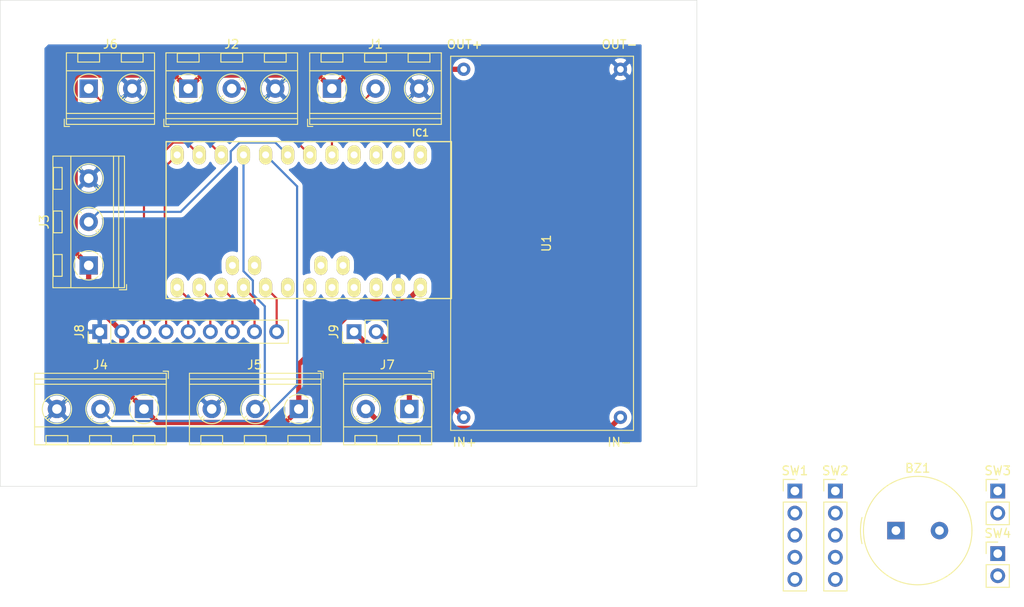
<source format=kicad_pcb>
(kicad_pcb (version 20171130) (host pcbnew "(5.1.8-0-10_14)")

  (general
    (thickness 1.6)
    (drawings 4)
    (tracks 71)
    (zones 0)
    (modules 19)
    (nets 33)
  )

  (page A4)
  (layers
    (0 F.Cu signal)
    (31 B.Cu signal)
    (32 B.Adhes user)
    (33 F.Adhes user)
    (34 B.Paste user)
    (35 F.Paste user)
    (36 B.SilkS user)
    (37 F.SilkS user)
    (38 B.Mask user)
    (39 F.Mask user)
    (40 Dwgs.User user)
    (41 Cmts.User user)
    (42 Eco1.User user)
    (43 Eco2.User user)
    (44 Edge.Cuts user)
    (45 Margin user)
    (46 B.CrtYd user)
    (47 F.CrtYd user)
    (48 B.Fab user)
    (49 F.Fab user)
  )

  (setup
    (last_trace_width 0.25)
    (trace_clearance 0.2)
    (zone_clearance 0.508)
    (zone_45_only no)
    (trace_min 0.2)
    (via_size 0.8)
    (via_drill 0.4)
    (via_min_size 0.4)
    (via_min_drill 0.3)
    (uvia_size 0.3)
    (uvia_drill 0.1)
    (uvias_allowed no)
    (uvia_min_size 0.2)
    (uvia_min_drill 0.1)
    (edge_width 0.05)
    (segment_width 0.2)
    (pcb_text_width 0.3)
    (pcb_text_size 1.5 1.5)
    (mod_edge_width 0.12)
    (mod_text_size 1 1)
    (mod_text_width 0.15)
    (pad_size 1.524 1.524)
    (pad_drill 0.762)
    (pad_to_mask_clearance 0)
    (aux_axis_origin 0 0)
    (visible_elements FFFFFF7F)
    (pcbplotparams
      (layerselection 0x010fc_ffffffff)
      (usegerberextensions false)
      (usegerberattributes true)
      (usegerberadvancedattributes true)
      (creategerberjobfile true)
      (excludeedgelayer true)
      (linewidth 0.100000)
      (plotframeref false)
      (viasonmask false)
      (mode 1)
      (useauxorigin false)
      (hpglpennumber 1)
      (hpglpenspeed 20)
      (hpglpendiameter 15.000000)
      (psnegative false)
      (psa4output false)
      (plotreference true)
      (plotvalue true)
      (plotinvisibletext false)
      (padsonsilk false)
      (subtractmaskfromsilk false)
      (outputformat 1)
      (mirror false)
      (drillshape 1)
      (scaleselection 1)
      (outputdirectory ""))
  )

  (net 0 "")
  (net 1 "Net-(IC1-Pad28)")
  (net 2 "Net-(IC1-Pad27)")
  (net 3 "Net-(IC1-Pad26)")
  (net 4 "Net-(IC1-Pad25)")
  (net 5 GND)
  (net 6 "Net-(IC1-Pad22)")
  (net 7 VCC)
  (net 8 "Net-(IC1-Pad20)")
  (net 9 /HornOut)
  (net 10 /KnobB1)
  (net 11 /KnobB0)
  (net 12 /KnobA1)
  (net 13 /KnobA0)
  (net 14 /SwitchC)
  (net 15 /SwitchB)
  (net 16 /SwitchA)
  (net 17 /RearLED)
  (net 18 /RightMiddleLED)
  (net 19 /LeftMiddleLED)
  (net 20 /RightFrontLED)
  (net 21 /LeftFrontLED)
  (net 22 "Net-(IC1-Pad4)")
  (net 23 "Net-(IC1-Pad3)")
  (net 24 "Net-(IC1-Pad2)")
  (net 25 "Net-(IC1-Pad1)")
  (net 26 /Battery-)
  (net 27 "Net-(IC1-Pad21)")
  (net 28 "Net-(J7-Pad1)")
  (net 29 "Net-(J9-Pad2)")
  (net 30 /SwitchE)
  (net 31 /SwitchD)
  (net 32 "Net-(U1-Pad1)")

  (net_class Default "This is the default net class."
    (clearance 0.2)
    (trace_width 0.25)
    (via_dia 0.8)
    (via_drill 0.4)
    (uvia_dia 0.3)
    (uvia_drill 0.1)
    (add_net /HornOut)
    (add_net /KnobA0)
    (add_net /KnobA1)
    (add_net /KnobB0)
    (add_net /KnobB1)
    (add_net /LeftFrontLED)
    (add_net /LeftMiddleLED)
    (add_net /RearLED)
    (add_net /RightFrontLED)
    (add_net /RightMiddleLED)
    (add_net /SwitchA)
    (add_net /SwitchB)
    (add_net /SwitchC)
    (add_net /SwitchD)
    (add_net /SwitchE)
    (add_net GND)
    (add_net "Net-(IC1-Pad1)")
    (add_net "Net-(IC1-Pad2)")
    (add_net "Net-(IC1-Pad20)")
    (add_net "Net-(IC1-Pad21)")
    (add_net "Net-(IC1-Pad22)")
    (add_net "Net-(IC1-Pad25)")
    (add_net "Net-(IC1-Pad26)")
    (add_net "Net-(IC1-Pad27)")
    (add_net "Net-(IC1-Pad28)")
    (add_net "Net-(IC1-Pad3)")
    (add_net "Net-(IC1-Pad4)")
    (add_net "Net-(J7-Pad1)")
    (add_net "Net-(J9-Pad2)")
    (add_net "Net-(U1-Pad1)")
  )

  (net_class Power ""
    (clearance 0.2)
    (trace_width 0.6)
    (via_dia 0.8)
    (via_drill 0.4)
    (uvia_dia 0.3)
    (uvia_drill 0.1)
    (add_net /Battery-)
    (add_net VCC)
  )

  (module Connector_PinHeader_2.54mm:PinHeader_1x02_P2.54mm_Vertical (layer F.Cu) (tedit 59FED5CC) (tstamp 5FB9C314)
    (at 244.101569 137.27)
    (descr "Through hole straight pin header, 1x02, 2.54mm pitch, single row")
    (tags "Through hole pin header THT 1x02 2.54mm single row")
    (path /5FC3C79A)
    (fp_text reference SW4 (at 0 -2.33) (layer F.SilkS)
      (effects (font (size 1 1) (thickness 0.15)))
    )
    (fp_text value SwitchC (at 0 4.87) (layer F.Fab)
      (effects (font (size 1 1) (thickness 0.15)))
    )
    (fp_text user %R (at 0 1.27 90) (layer F.Fab)
      (effects (font (size 1 1) (thickness 0.15)))
    )
    (fp_line (start -0.635 -1.27) (end 1.27 -1.27) (layer F.Fab) (width 0.1))
    (fp_line (start 1.27 -1.27) (end 1.27 3.81) (layer F.Fab) (width 0.1))
    (fp_line (start 1.27 3.81) (end -1.27 3.81) (layer F.Fab) (width 0.1))
    (fp_line (start -1.27 3.81) (end -1.27 -0.635) (layer F.Fab) (width 0.1))
    (fp_line (start -1.27 -0.635) (end -0.635 -1.27) (layer F.Fab) (width 0.1))
    (fp_line (start -1.33 3.87) (end 1.33 3.87) (layer F.SilkS) (width 0.12))
    (fp_line (start -1.33 1.27) (end -1.33 3.87) (layer F.SilkS) (width 0.12))
    (fp_line (start 1.33 1.27) (end 1.33 3.87) (layer F.SilkS) (width 0.12))
    (fp_line (start -1.33 1.27) (end 1.33 1.27) (layer F.SilkS) (width 0.12))
    (fp_line (start -1.33 0) (end -1.33 -1.33) (layer F.SilkS) (width 0.12))
    (fp_line (start -1.33 -1.33) (end 0 -1.33) (layer F.SilkS) (width 0.12))
    (fp_line (start -1.8 -1.8) (end -1.8 4.35) (layer F.CrtYd) (width 0.05))
    (fp_line (start -1.8 4.35) (end 1.8 4.35) (layer F.CrtYd) (width 0.05))
    (fp_line (start 1.8 4.35) (end 1.8 -1.8) (layer F.CrtYd) (width 0.05))
    (fp_line (start 1.8 -1.8) (end -1.8 -1.8) (layer F.CrtYd) (width 0.05))
    (pad 2 thru_hole oval (at 0 2.54) (size 1.7 1.7) (drill 1) (layers *.Cu *.Mask)
      (net 5 GND))
    (pad 1 thru_hole rect (at 0 0) (size 1.7 1.7) (drill 1) (layers *.Cu *.Mask)
      (net 14 /SwitchC))
    (model ${KISYS3DMOD}/Connector_PinHeader_2.54mm.3dshapes/PinHeader_1x02_P2.54mm_Vertical.wrl
      (at (xyz 0 0 0))
      (scale (xyz 1 1 1))
      (rotate (xyz 0 0 0))
    )
  )

  (module Connector_PinHeader_2.54mm:PinHeader_1x02_P2.54mm_Vertical (layer F.Cu) (tedit 59FED5CC) (tstamp 5FB9C2FE)
    (at 244.101569 130.07)
    (descr "Through hole straight pin header, 1x02, 2.54mm pitch, single row")
    (tags "Through hole pin header THT 1x02 2.54mm single row")
    (path /5FC3BF74)
    (fp_text reference SW3 (at 0 -2.33) (layer F.SilkS)
      (effects (font (size 1 1) (thickness 0.15)))
    )
    (fp_text value SwitchB (at 0 4.87) (layer F.Fab)
      (effects (font (size 1 1) (thickness 0.15)))
    )
    (fp_text user %R (at 0 1.27 90) (layer F.Fab)
      (effects (font (size 1 1) (thickness 0.15)))
    )
    (fp_line (start -0.635 -1.27) (end 1.27 -1.27) (layer F.Fab) (width 0.1))
    (fp_line (start 1.27 -1.27) (end 1.27 3.81) (layer F.Fab) (width 0.1))
    (fp_line (start 1.27 3.81) (end -1.27 3.81) (layer F.Fab) (width 0.1))
    (fp_line (start -1.27 3.81) (end -1.27 -0.635) (layer F.Fab) (width 0.1))
    (fp_line (start -1.27 -0.635) (end -0.635 -1.27) (layer F.Fab) (width 0.1))
    (fp_line (start -1.33 3.87) (end 1.33 3.87) (layer F.SilkS) (width 0.12))
    (fp_line (start -1.33 1.27) (end -1.33 3.87) (layer F.SilkS) (width 0.12))
    (fp_line (start 1.33 1.27) (end 1.33 3.87) (layer F.SilkS) (width 0.12))
    (fp_line (start -1.33 1.27) (end 1.33 1.27) (layer F.SilkS) (width 0.12))
    (fp_line (start -1.33 0) (end -1.33 -1.33) (layer F.SilkS) (width 0.12))
    (fp_line (start -1.33 -1.33) (end 0 -1.33) (layer F.SilkS) (width 0.12))
    (fp_line (start -1.8 -1.8) (end -1.8 4.35) (layer F.CrtYd) (width 0.05))
    (fp_line (start -1.8 4.35) (end 1.8 4.35) (layer F.CrtYd) (width 0.05))
    (fp_line (start 1.8 4.35) (end 1.8 -1.8) (layer F.CrtYd) (width 0.05))
    (fp_line (start 1.8 -1.8) (end -1.8 -1.8) (layer F.CrtYd) (width 0.05))
    (pad 2 thru_hole oval (at 0 2.54) (size 1.7 1.7) (drill 1) (layers *.Cu *.Mask)
      (net 5 GND))
    (pad 1 thru_hole rect (at 0 0) (size 1.7 1.7) (drill 1) (layers *.Cu *.Mask)
      (net 15 /SwitchB))
    (model ${KISYS3DMOD}/Connector_PinHeader_2.54mm.3dshapes/PinHeader_1x02_P2.54mm_Vertical.wrl
      (at (xyz 0 0 0))
      (scale (xyz 1 1 1))
      (rotate (xyz 0 0 0))
    )
  )

  (module Connector_PinHeader_2.54mm:PinHeader_1x05_P2.54mm_Vertical (layer F.Cu) (tedit 59FED5CC) (tstamp 5FB9C2E8)
    (at 225.451569 130.07)
    (descr "Through hole straight pin header, 1x05, 2.54mm pitch, single row")
    (tags "Through hole pin header THT 1x05 2.54mm single row")
    (path /5FC31CA7)
    (fp_text reference SW2 (at 0 -2.33) (layer F.SilkS)
      (effects (font (size 1 1) (thickness 0.15)))
    )
    (fp_text value KnobA (at 0 12.49) (layer F.Fab)
      (effects (font (size 1 1) (thickness 0.15)))
    )
    (fp_text user %R (at 0 5.08 90) (layer F.Fab)
      (effects (font (size 1 1) (thickness 0.15)))
    )
    (fp_line (start -0.635 -1.27) (end 1.27 -1.27) (layer F.Fab) (width 0.1))
    (fp_line (start 1.27 -1.27) (end 1.27 11.43) (layer F.Fab) (width 0.1))
    (fp_line (start 1.27 11.43) (end -1.27 11.43) (layer F.Fab) (width 0.1))
    (fp_line (start -1.27 11.43) (end -1.27 -0.635) (layer F.Fab) (width 0.1))
    (fp_line (start -1.27 -0.635) (end -0.635 -1.27) (layer F.Fab) (width 0.1))
    (fp_line (start -1.33 11.49) (end 1.33 11.49) (layer F.SilkS) (width 0.12))
    (fp_line (start -1.33 1.27) (end -1.33 11.49) (layer F.SilkS) (width 0.12))
    (fp_line (start 1.33 1.27) (end 1.33 11.49) (layer F.SilkS) (width 0.12))
    (fp_line (start -1.33 1.27) (end 1.33 1.27) (layer F.SilkS) (width 0.12))
    (fp_line (start -1.33 0) (end -1.33 -1.33) (layer F.SilkS) (width 0.12))
    (fp_line (start -1.33 -1.33) (end 0 -1.33) (layer F.SilkS) (width 0.12))
    (fp_line (start -1.8 -1.8) (end -1.8 11.95) (layer F.CrtYd) (width 0.05))
    (fp_line (start -1.8 11.95) (end 1.8 11.95) (layer F.CrtYd) (width 0.05))
    (fp_line (start 1.8 11.95) (end 1.8 -1.8) (layer F.CrtYd) (width 0.05))
    (fp_line (start 1.8 -1.8) (end -1.8 -1.8) (layer F.CrtYd) (width 0.05))
    (pad 5 thru_hole oval (at 0 10.16) (size 1.7 1.7) (drill 1) (layers *.Cu *.Mask))
    (pad 4 thru_hole oval (at 0 7.62) (size 1.7 1.7) (drill 1) (layers *.Cu *.Mask))
    (pad 3 thru_hole oval (at 0 5.08) (size 1.7 1.7) (drill 1) (layers *.Cu *.Mask))
    (pad 2 thru_hole oval (at 0 2.54) (size 1.7 1.7) (drill 1) (layers *.Cu *.Mask))
    (pad 1 thru_hole rect (at 0 0) (size 1.7 1.7) (drill 1) (layers *.Cu *.Mask))
    (model ${KISYS3DMOD}/Connector_PinHeader_2.54mm.3dshapes/PinHeader_1x05_P2.54mm_Vertical.wrl
      (at (xyz 0 0 0))
      (scale (xyz 1 1 1))
      (rotate (xyz 0 0 0))
    )
  )

  (module Connector_PinHeader_2.54mm:PinHeader_1x05_P2.54mm_Vertical (layer F.Cu) (tedit 59FED5CC) (tstamp 5FB9C2CF)
    (at 220.801569 130.07)
    (descr "Through hole straight pin header, 1x05, 2.54mm pitch, single row")
    (tags "Through hole pin header THT 1x05 2.54mm single row")
    (path /5FC32224)
    (fp_text reference SW1 (at 0 -2.33) (layer F.SilkS)
      (effects (font (size 1 1) (thickness 0.15)))
    )
    (fp_text value KnobB (at 0 12.49) (layer F.Fab)
      (effects (font (size 1 1) (thickness 0.15)))
    )
    (fp_text user %R (at 0 5.08 90) (layer F.Fab)
      (effects (font (size 1 1) (thickness 0.15)))
    )
    (fp_line (start -0.635 -1.27) (end 1.27 -1.27) (layer F.Fab) (width 0.1))
    (fp_line (start 1.27 -1.27) (end 1.27 11.43) (layer F.Fab) (width 0.1))
    (fp_line (start 1.27 11.43) (end -1.27 11.43) (layer F.Fab) (width 0.1))
    (fp_line (start -1.27 11.43) (end -1.27 -0.635) (layer F.Fab) (width 0.1))
    (fp_line (start -1.27 -0.635) (end -0.635 -1.27) (layer F.Fab) (width 0.1))
    (fp_line (start -1.33 11.49) (end 1.33 11.49) (layer F.SilkS) (width 0.12))
    (fp_line (start -1.33 1.27) (end -1.33 11.49) (layer F.SilkS) (width 0.12))
    (fp_line (start 1.33 1.27) (end 1.33 11.49) (layer F.SilkS) (width 0.12))
    (fp_line (start -1.33 1.27) (end 1.33 1.27) (layer F.SilkS) (width 0.12))
    (fp_line (start -1.33 0) (end -1.33 -1.33) (layer F.SilkS) (width 0.12))
    (fp_line (start -1.33 -1.33) (end 0 -1.33) (layer F.SilkS) (width 0.12))
    (fp_line (start -1.8 -1.8) (end -1.8 11.95) (layer F.CrtYd) (width 0.05))
    (fp_line (start -1.8 11.95) (end 1.8 11.95) (layer F.CrtYd) (width 0.05))
    (fp_line (start 1.8 11.95) (end 1.8 -1.8) (layer F.CrtYd) (width 0.05))
    (fp_line (start 1.8 -1.8) (end -1.8 -1.8) (layer F.CrtYd) (width 0.05))
    (pad 5 thru_hole oval (at 0 10.16) (size 1.7 1.7) (drill 1) (layers *.Cu *.Mask))
    (pad 4 thru_hole oval (at 0 7.62) (size 1.7 1.7) (drill 1) (layers *.Cu *.Mask))
    (pad 3 thru_hole oval (at 0 5.08) (size 1.7 1.7) (drill 1) (layers *.Cu *.Mask))
    (pad 2 thru_hole oval (at 0 2.54) (size 1.7 1.7) (drill 1) (layers *.Cu *.Mask))
    (pad 1 thru_hole rect (at 0 0) (size 1.7 1.7) (drill 1) (layers *.Cu *.Mask))
    (model ${KISYS3DMOD}/Connector_PinHeader_2.54mm.3dshapes/PinHeader_1x05_P2.54mm_Vertical.wrl
      (at (xyz 0 0 0))
      (scale (xyz 1 1 1))
      (rotate (xyz 0 0 0))
    )
  )

  (module Buzzer_Beeper:Buzzer_TDK_PS1240P02BT_D12.2mm_H6.5mm (layer F.Cu) (tedit 5BF1CB2D) (tstamp 5FB9BE62)
    (at 232.41 134.62)
    (descr "Buzzer, D12.2mm height 6.5mm, https://product.tdk.com/info/en/catalog/datasheets/piezoelectronic_buzzer_ps_en.pdf")
    (tags buzzer)
    (path /5FC3E295)
    (fp_text reference BZ1 (at 2.5 -7.17) (layer F.SilkS)
      (effects (font (size 1 1) (thickness 0.15)))
    )
    (fp_text value Horn (at 2.5 7.31) (layer F.Fab)
      (effects (font (size 1 1) (thickness 0.15)))
    )
    (fp_arc (start 2.5 0) (end -3.9 -1.5) (angle -26.38121493) (layer F.SilkS) (width 0.12))
    (fp_text user %R (at 2.5 -2.43) (layer F.Fab)
      (effects (font (size 1 1) (thickness 0.15)))
    )
    (fp_circle (center 2.5 0) (end 8.85 0) (layer F.CrtYd) (width 0.05))
    (fp_circle (center 2.5 0) (end 8.6 0) (layer F.Fab) (width 0.1))
    (fp_circle (center 2.5 0) (end 3.5 0) (layer F.Fab) (width 0.1))
    (fp_circle (center 2.5 0) (end 8.73 0) (layer F.SilkS) (width 0.12))
    (fp_line (start -1.3 -1) (end -1.3 1) (layer F.Fab) (width 0.1))
    (pad 2 thru_hole circle (at 5 0) (size 2 2) (drill 1) (layers *.Cu *.Mask)
      (net 5 GND))
    (pad 1 thru_hole rect (at 0 0) (size 2 2) (drill 1) (layers *.Cu *.Mask)
      (net 9 /HornOut))
    (model ${KISYS3DMOD}/Buzzer_Beeper.3dshapes/Buzzer_TDK_PS1240P02BT_D12.2mm_H6.5mm.wrl
      (at (xyz 0 0 0))
      (scale (xyz 1 1 1))
      (rotate (xyz 0 0 0))
    )
  )

  (module MountingHole:MountingHole_3.2mm_M3 (layer F.Cu) (tedit 56D1B4CB) (tstamp 5FB6EEB2)
    (at 205.74 125.73)
    (descr "Mounting Hole 3.2mm, no annular, M3")
    (tags "mounting hole 3.2mm no annular m3")
    (attr virtual)
    (fp_text reference REF** (at 0 -4.2) (layer F.SilkS) hide
      (effects (font (size 1 1) (thickness 0.15)))
    )
    (fp_text value MountingHole_3.2mm_M3 (at 0 4.2) (layer F.Fab) hide
      (effects (font (size 1 1) (thickness 0.15)))
    )
    (fp_circle (center 0 0) (end 3.45 0) (layer F.CrtYd) (width 0.05))
    (fp_circle (center 0 0) (end 3.2 0) (layer Cmts.User) (width 0.15))
    (fp_text user %R (at 0 0) (layer F.Fab) hide
      (effects (font (size 1 1) (thickness 0.15)))
    )
    (pad 1 np_thru_hole circle (at 0 0) (size 3.2 3.2) (drill 3.2) (layers *.Cu *.Mask))
  )

  (module MountingHole:MountingHole_3.2mm_M3 (layer F.Cu) (tedit 56D1B4CB) (tstamp 5FB6EEA4)
    (at 205.74 77.47)
    (descr "Mounting Hole 3.2mm, no annular, M3")
    (tags "mounting hole 3.2mm no annular m3")
    (attr virtual)
    (fp_text reference REF** (at 0 -4.2) (layer F.SilkS) hide
      (effects (font (size 1 1) (thickness 0.15)))
    )
    (fp_text value MountingHole_3.2mm_M3 (at 0 4.2) (layer F.Fab) hide
      (effects (font (size 1 1) (thickness 0.15)))
    )
    (fp_circle (center 0 0) (end 3.2 0) (layer Cmts.User) (width 0.15))
    (fp_circle (center 0 0) (end 3.45 0) (layer F.CrtYd) (width 0.05))
    (fp_text user %R (at 0 0) (layer F.Fab) hide
      (effects (font (size 1 1) (thickness 0.15)))
    )
    (pad 1 np_thru_hole circle (at 0 0) (size 3.2 3.2) (drill 3.2) (layers *.Cu *.Mask))
  )

  (module MountingHole:MountingHole_3.2mm_M3 (layer F.Cu) (tedit 56D1B4CB) (tstamp 5FB6EE0D)
    (at 133.35 77.47)
    (descr "Mounting Hole 3.2mm, no annular, M3")
    (tags "mounting hole 3.2mm no annular m3")
    (attr virtual)
    (fp_text reference REF** (at 0 -4.2) (layer F.SilkS) hide
      (effects (font (size 1 1) (thickness 0.15)))
    )
    (fp_text value MountingHole_3.2mm_M3 (at 0 4.2) (layer F.Fab) hide
      (effects (font (size 1 1) (thickness 0.15)))
    )
    (fp_circle (center 0 0) (end 3.45 0) (layer F.CrtYd) (width 0.05))
    (fp_circle (center 0 0) (end 3.2 0) (layer Cmts.User) (width 0.15))
    (fp_text user %R (at 0 0) (layer F.Fab) hide
      (effects (font (size 1 1) (thickness 0.15)))
    )
    (pad 1 np_thru_hole circle (at 0 0) (size 3.2 3.2) (drill 3.2) (layers *.Cu *.Mask))
  )

  (module Connector_PinHeader_2.54mm:PinHeader_1x02_P2.54mm_Vertical (layer F.Cu) (tedit 59FED5CC) (tstamp 5FB6D76D)
    (at 170.18 111.76 90)
    (descr "Through hole straight pin header, 1x02, 2.54mm pitch, single row")
    (tags "Through hole pin header THT 1x02 2.54mm single row")
    (path /5FC093C0)
    (fp_text reference J9 (at 0 -2.33 90) (layer F.SilkS)
      (effects (font (size 1 1) (thickness 0.15)))
    )
    (fp_text value Power_Switch (at 0 4.87 90) (layer F.Fab)
      (effects (font (size 1 1) (thickness 0.15)))
    )
    (fp_line (start 1.8 -1.8) (end -1.8 -1.8) (layer F.CrtYd) (width 0.05))
    (fp_line (start 1.8 4.35) (end 1.8 -1.8) (layer F.CrtYd) (width 0.05))
    (fp_line (start -1.8 4.35) (end 1.8 4.35) (layer F.CrtYd) (width 0.05))
    (fp_line (start -1.8 -1.8) (end -1.8 4.35) (layer F.CrtYd) (width 0.05))
    (fp_line (start -1.33 -1.33) (end 0 -1.33) (layer F.SilkS) (width 0.12))
    (fp_line (start -1.33 0) (end -1.33 -1.33) (layer F.SilkS) (width 0.12))
    (fp_line (start -1.33 1.27) (end 1.33 1.27) (layer F.SilkS) (width 0.12))
    (fp_line (start 1.33 1.27) (end 1.33 3.87) (layer F.SilkS) (width 0.12))
    (fp_line (start -1.33 1.27) (end -1.33 3.87) (layer F.SilkS) (width 0.12))
    (fp_line (start -1.33 3.87) (end 1.33 3.87) (layer F.SilkS) (width 0.12))
    (fp_line (start -1.27 -0.635) (end -0.635 -1.27) (layer F.Fab) (width 0.1))
    (fp_line (start -1.27 3.81) (end -1.27 -0.635) (layer F.Fab) (width 0.1))
    (fp_line (start 1.27 3.81) (end -1.27 3.81) (layer F.Fab) (width 0.1))
    (fp_line (start 1.27 -1.27) (end 1.27 3.81) (layer F.Fab) (width 0.1))
    (fp_line (start -0.635 -1.27) (end 1.27 -1.27) (layer F.Fab) (width 0.1))
    (fp_text user %R (at 0 1.27) (layer F.Fab)
      (effects (font (size 1 1) (thickness 0.15)))
    )
    (pad 2 thru_hole oval (at 0 2.54 90) (size 1.7 1.7) (drill 1) (layers *.Cu *.Mask)
      (net 29 "Net-(J9-Pad2)"))
    (pad 1 thru_hole rect (at 0 0 90) (size 1.7 1.7) (drill 1) (layers *.Cu *.Mask)
      (net 28 "Net-(J7-Pad1)"))
    (model ${KISYS3DMOD}/Connector_PinHeader_2.54mm.3dshapes/PinHeader_1x02_P2.54mm_Vertical.wrl
      (at (xyz 0 0 0))
      (scale (xyz 1 1 1))
      (rotate (xyz 0 0 0))
    )
  )

  (module mysensors_arduino:pro_mini (layer F.Cu) (tedit 5FB6A824) (tstamp 5FB6A95D)
    (at 163.83 99.06 180)
    (descr "IC, ARDUINO_PRO_MINI x 0,6\"")
    (tags "DIL ARDUINO PRO MINI")
    (path /5FB7EAFA)
    (fp_text reference IC1 (at -13.97 10.16 180) (layer F.SilkS)
      (effects (font (size 0.8 0.8) (thickness 0.16)))
    )
    (fp_text value ArduinoProMini (at 0 0 180) (layer F.Fab) hide
      (effects (font (size 0.8 0.8) (thickness 0.16)))
    )
    (fp_line (start 15.24 9.144) (end 15.24 -8.89) (layer F.SilkS) (width 0.15))
    (fp_line (start -17.526 -8.89) (end -17.526 9.144) (layer F.SilkS) (width 0.15))
    (fp_line (start 15.24 9.144) (end -17.526 9.144) (layer F.SilkS) (width 0.15))
    (fp_line (start -17.526 -8.89) (end 15.24 -8.89) (layer F.SilkS) (width 0.15))
    (pad 26 thru_hole oval (at -5.08 -5.08 180) (size 1.50114 2.19964) (drill 0.8001) (layers *.Cu *.Mask F.SilkS)
      (net 3 "Net-(IC1-Pad26)"))
    (pad 25 thru_hole oval (at -2.54 -5.08 180) (size 1.50114 2.19964) (drill 0.8001) (layers *.Cu *.Mask F.SilkS)
      (net 4 "Net-(IC1-Pad25)"))
    (pad 24 thru_hole oval (at -13.97 -7.62 180) (size 1.50114 2.19964) (drill 0.8001) (layers *.Cu *.Mask F.SilkS)
      (net 7 VCC))
    (pad 23 thru_hole oval (at -11.43 -7.62 180) (size 1.50114 2.19964) (drill 0.8001) (layers *.Cu *.Mask F.SilkS)
      (net 5 GND))
    (pad 22 thru_hole oval (at -8.89 -7.62 180) (size 1.50114 2.19964) (drill 0.8001) (layers *.Cu *.Mask F.SilkS)
      (net 6 "Net-(IC1-Pad22)"))
    (pad 21 thru_hole oval (at -6.35 -7.62 180) (size 1.50114 2.19964) (drill 0.8001) (layers *.Cu *.Mask F.SilkS)
      (net 27 "Net-(IC1-Pad21)"))
    (pad 20 thru_hole oval (at -3.81 -7.62 180) (size 1.50114 2.19964) (drill 0.8001) (layers *.Cu *.Mask F.SilkS)
      (net 8 "Net-(IC1-Pad20)"))
    (pad 19 thru_hole oval (at -1.27 -7.62 180) (size 1.50114 2.19964) (drill 0.8001) (layers *.Cu *.Mask F.SilkS)
      (net 30 /SwitchE))
    (pad 18 thru_hole oval (at 1.27 -7.62 180) (size 1.50114 2.19964) (drill 0.8001) (layers *.Cu *.Mask F.SilkS)
      (net 31 /SwitchD))
    (pad 17 thru_hole oval (at 3.81 -7.62 180) (size 1.50114 2.19964) (drill 0.8001) (layers *.Cu *.Mask F.SilkS)
      (net 9 /HornOut))
    (pad 16 thru_hole oval (at 6.35 -7.62 180) (size 1.50114 2.19964) (drill 0.8001) (layers *.Cu *.Mask F.SilkS)
      (net 10 /KnobB1))
    (pad 15 thru_hole oval (at 8.89 -7.62 180) (size 1.50114 2.19964) (drill 0.8001) (layers *.Cu *.Mask F.SilkS)
      (net 11 /KnobB0))
    (pad 14 thru_hole oval (at 11.43 -7.62 180) (size 1.50114 2.19964) (drill 0.8001) (layers *.Cu *.Mask F.SilkS)
      (net 12 /KnobA1))
    (pad 13 thru_hole oval (at 13.97 -7.62 180) (size 1.50114 2.19964) (drill 0.8001) (layers *.Cu *.Mask F.SilkS)
      (net 13 /KnobA0))
    (pad 12 thru_hole oval (at 13.97 7.62 180) (size 1.50114 2.19964) (drill 0.8001) (layers *.Cu *.Mask F.SilkS)
      (net 14 /SwitchC))
    (pad 11 thru_hole oval (at 11.43 7.62 180) (size 1.50114 2.19964) (drill 0.8001) (layers *.Cu *.Mask F.SilkS)
      (net 15 /SwitchB))
    (pad 10 thru_hole oval (at 8.89 7.62 180) (size 1.50114 2.19964) (drill 0.8001) (layers *.Cu *.Mask F.SilkS)
      (net 16 /SwitchA))
    (pad 9 thru_hole oval (at 6.35 7.62 180) (size 1.50114 2.19964) (drill 0.8001) (layers *.Cu *.Mask F.SilkS)
      (net 17 /RearLED))
    (pad 8 thru_hole oval (at 3.81 7.62 180) (size 1.50114 2.19964) (drill 0.8001) (layers *.Cu *.Mask F.SilkS)
      (net 18 /RightMiddleLED))
    (pad 7 thru_hole oval (at 1.27 7.62 180) (size 1.50114 2.19964) (drill 0.8001) (layers *.Cu *.Mask F.SilkS)
      (net 19 /LeftMiddleLED))
    (pad 6 thru_hole oval (at -1.27 7.62 180) (size 1.50114 2.19964) (drill 0.8001) (layers *.Cu *.Mask F.SilkS)
      (net 20 /RightFrontLED))
    (pad 5 thru_hole oval (at -3.81 7.62 180) (size 1.50114 2.19964) (drill 0.8001) (layers *.Cu *.Mask F.SilkS)
      (net 21 /LeftFrontLED))
    (pad 4 thru_hole oval (at -6.35 7.62 180) (size 1.50114 2.19964) (drill 0.8001) (layers *.Cu *.Mask F.SilkS)
      (net 22 "Net-(IC1-Pad4)"))
    (pad 3 thru_hole oval (at -8.89 7.62 180) (size 1.50114 2.19964) (drill 0.8001) (layers *.Cu *.Mask F.SilkS)
      (net 23 "Net-(IC1-Pad3)"))
    (pad 2 thru_hole oval (at -11.43 7.62 180) (size 1.50114 2.19964) (drill 0.8001) (layers *.Cu *.Mask F.SilkS)
      (net 24 "Net-(IC1-Pad2)"))
    (pad 1 thru_hole oval (at -13.97 7.62 180) (size 1.50114 2.19964) (drill 0.8001) (layers *.Cu *.Mask F.SilkS)
      (net 25 "Net-(IC1-Pad1)"))
    (pad 27 thru_hole oval (at 7.62 -5.08 180) (size 1.50114 2.19964) (drill 0.8001) (layers *.Cu *.Mask F.SilkS)
      (net 2 "Net-(IC1-Pad27)"))
    (pad 28 thru_hole oval (at 5.08 -5.08 180) (size 1.50114 2.19964) (drill 0.8001) (layers *.Cu *.Mask F.SilkS)
      (net 1 "Net-(IC1-Pad28)"))
    (model Socket_Strips.3dshapes/Socket_Strip_Straight_1x02_Pitch2.54mm.wrl
      (offset (xyz -3.809999942779541 5.079999923706055 0))
      (scale (xyz 1 1 1))
      (rotate (xyz 0 0 0))
    )
    (model Socket_Strips.3dshapes/Socket_Strip_Straight_1x03_Pitch2.54mm.wrl
      (offset (xyz 13.96999979019165 2.539999961853027 0))
      (scale (xyz 1 1 1))
      (rotate (xyz 0 0 90))
    )
    (model Socket_Strips.3dshapes/Socket_Strip_Straight_1x12_Pitch2.54mm.wrl
      (offset (xyz 0 7.619999885559082 0))
      (scale (xyz 1 1 1))
      (rotate (xyz 0 0 0))
    )
    (model Socket_Strips.3dshapes/Socket_Strip_Straight_1x12_Pitch2.54mm.wrl
      (offset (xyz 0 -7.619999885559082 0))
      (scale (xyz 1 1 1))
      (rotate (xyz 0 0 0))
    )
    (model Socket_Strips.3dshapes/Socket_Strip_Straight_1x02_Pitch2.54mm.wrl
      (offset (xyz 6.349999904632568 5.079999923706055 0))
      (scale (xyz 1 1 1))
      (rotate (xyz 0 0 0))
    )
    (model ${MYSLOCAL}/mysensors.3dshapes/mysensors_arduino.3dshapes/arduino_pro_mini.wrl
      (offset (xyz -1.269999980926514 0 12.19199981689453))
      (scale (xyz 0.395 0.395 0.395))
      (rotate (xyz 0 0 180))
    )
    (model SMD_Packages.3dshapes/TQFP-32.wrl
      (offset (xyz 1.269999980926514 0 13.01749980449676))
      (scale (xyz 1 1 1))
      (rotate (xyz 0 0 315))
    )
    (model Pin_Headers.3dshapes/Pin_Header_Straight_1x12_Pitch2.54mm.wrl
      (offset (xyz 13.96999979019165 -7.619999885559082 11.30299983024597))
      (scale (xyz 1 1 1))
      (rotate (xyz 0 180 90))
    )
    (model Pin_Headers.3dshapes/Pin_Header_Straight_1x12_Pitch2.54mm.wrl
      (offset (xyz 13.96999979019165 7.619999885559082 11.30299983024597))
      (scale (xyz 1 1 1))
      (rotate (xyz 0 180 90))
    )
    (model Pin_Headers.3dshapes/Pin_Header_Straight_1x03_Pitch2.54mm.wrl
      (offset (xyz 13.96999979019165 5.079999923706055 11.30299983024597))
      (scale (xyz 1 1 1))
      (rotate (xyz 0 180 0))
    )
    (model Pin_Headers.3dshapes/Pin_Header_Straight_1x02_Pitch2.54mm.wrl
      (offset (xyz 7.619999885559082 5.079999923706055 11.30299983024597))
      (scale (xyz 1 1 1))
      (rotate (xyz 0 180 90))
    )
    (model Pin_Headers.3dshapes/Pin_Header_Straight_1x02_Pitch2.54mm.wrl
      (offset (xyz -2.539999961853027 5.079999923706055 11.30299983024597))
      (scale (xyz 1 1 1))
      (rotate (xyz 0 180 90))
    )
    (model ${MYSLOCAL}/mysensors.3dshapes/w.lain.3dshapes/smd_leds/led_0603.wrl
      (offset (xyz -7.619999885559082 0 13.01749980449676))
      (scale (xyz 1 1 1))
      (rotate (xyz 0 0 0))
    )
    (model ${MYSLOCAL}/mysensors.3dshapes/w.lain.3dshapes/smd_leds/led_0603.wrl
      (offset (xyz 13.96999979019165 -4.444999933242798 13.01749980449676))
      (scale (xyz 1 1 1))
      (rotate (xyz 0 0 0))
    )
    (model Pin_Headers.3dshapes/Pin_Header_Angled_1x06_Pitch2.54mm.wrl
      (offset (xyz -16.50999975204468 -6.349999904632568 13.01749980449676))
      (scale (xyz 1 1 1))
      (rotate (xyz 0 0 180))
    )
    (model Resistors_SMD.3dshapes/R_0603.wrl
      (offset (xyz -7.619999885559082 -1.269999980926514 13.01749980449676))
      (scale (xyz 1 1 1))
      (rotate (xyz 0 0 0))
    )
    (model Resistors_SMD.3dshapes/R_0603.wrl
      (offset (xyz 13.96999979019165 -3.174999952316284 13.01749980449676))
      (scale (xyz 1 1 1))
      (rotate (xyz 0 0 0))
    )
    (model Capacitors_SMD.3dshapes/C_0603.wrl
      (offset (xyz -7.619999885559082 1.269999980926514 13.01749980449676))
      (scale (xyz 1 1 1))
      (rotate (xyz 0 0 0))
    )
    (model Capacitors_Tantalum_SMD.3dshapes/CP_Tantalum_Case-S_EIA-3216-12.wrl
      (offset (xyz -8.889999866485596 3.809999942779541 13.01749980449676))
      (scale (xyz 1 1 1))
      (rotate (xyz 0 0 0))
    )
    (model Capacitors_Tantalum_SMD.3dshapes/CP_Tantalum_Case-S_EIA-3216-12.wrl
      (offset (xyz -8.889999866485596 -3.809999942779541 13.01749980449676))
      (scale (xyz 1 1 1))
      (rotate (xyz 0 0 0))
    )
    (model TO_SOT_Packages_SMD.3dshapes/SOT-23-5.wrl
      (offset (xyz -10.15999984741211 0 13.01749980449676))
      (scale (xyz 1 1 1))
      (rotate (xyz 0 0 90))
    )
    (model Capacitors_SMD.3dshapes/C_1210.wrl
      (offset (xyz -12.69999980926514 0 13.01749980449676))
      (scale (xyz 1 1 1))
      (rotate (xyz 0 0 90))
    )
    (model ${MYSLOCAL}/mysensors.3dshapes/w.lain.3dshapes/switch/smd_push.wrl
      (offset (xyz 10.15999984741211 0 13.01749980449676))
      (scale (xyz 1 1 1))
      (rotate (xyz 0 0 90))
    )
  )

  (module TerminalBlock_RND:TerminalBlock_RND_205-00045_1x02_P5.00mm_Horizontal (layer F.Cu) (tedit 5B294EE1) (tstamp 5FB593EC)
    (at 139.7 83.82)
    (descr "terminal block RND 205-00045, 2 pins, pitch 5mm, size 10x8.1mm^2, drill diamater 1.1mm, pad diameter 2.1mm, see http://cdn-reichelt.de/documents/datenblatt/C151/RND_205-00045_DB_EN.pdf, script-generated using https://github.com/pointhi/kicad-footprint-generator/scripts/TerminalBlock_RND")
    (tags "THT terminal block RND 205-00045 pitch 5mm size 10x8.1mm^2 drill 1.1mm pad 2.1mm")
    (path /5FB9702F)
    (fp_text reference J6 (at 2.5 -5.11) (layer F.SilkS)
      (effects (font (size 1 1) (thickness 0.15)))
    )
    (fp_text value SwitchA (at 2.5 5.11) (layer F.Fab)
      (effects (font (size 1 1) (thickness 0.15)))
    )
    (fp_circle (center 0 0) (end 1.5 0) (layer F.Fab) (width 0.1))
    (fp_circle (center 5 0) (end 6.5 0) (layer F.Fab) (width 0.1))
    (fp_circle (center 5 0) (end 6.68 0) (layer F.SilkS) (width 0.12))
    (fp_line (start -2.5 -4.05) (end 7.5 -4.05) (layer F.Fab) (width 0.1))
    (fp_line (start 7.5 -4.05) (end 7.5 4.05) (layer F.Fab) (width 0.1))
    (fp_line (start 7.5 4.05) (end -1.9 4.05) (layer F.Fab) (width 0.1))
    (fp_line (start -1.9 4.05) (end -2.5 3.45) (layer F.Fab) (width 0.1))
    (fp_line (start -2.5 3.45) (end -2.5 -4.05) (layer F.Fab) (width 0.1))
    (fp_line (start -2.5 3.45) (end 7.5 3.45) (layer F.Fab) (width 0.1))
    (fp_line (start -2.56 3.45) (end 7.56 3.45) (layer F.SilkS) (width 0.12))
    (fp_line (start -2.5 2.85) (end 7.5 2.85) (layer F.Fab) (width 0.1))
    (fp_line (start -2.56 2.85) (end 7.56 2.85) (layer F.SilkS) (width 0.12))
    (fp_line (start -2.5 -2.05) (end 7.5 -2.05) (layer F.Fab) (width 0.1))
    (fp_line (start -2.56 -2.05) (end 7.56 -2.05) (layer F.SilkS) (width 0.12))
    (fp_line (start -2.56 -4.11) (end 7.56 -4.11) (layer F.SilkS) (width 0.12))
    (fp_line (start -2.56 4.11) (end 7.56 4.11) (layer F.SilkS) (width 0.12))
    (fp_line (start -2.56 -4.11) (end -2.56 4.11) (layer F.SilkS) (width 0.12))
    (fp_line (start 7.56 -4.11) (end 7.56 4.11) (layer F.SilkS) (width 0.12))
    (fp_line (start 1.138 -0.955) (end -0.955 1.138) (layer F.Fab) (width 0.1))
    (fp_line (start 0.955 -1.138) (end -1.138 0.955) (layer F.Fab) (width 0.1))
    (fp_line (start -1.25 -4.05) (end -1.25 -3.05) (layer F.Fab) (width 0.1))
    (fp_line (start -1.25 -3.05) (end 1.25 -3.05) (layer F.Fab) (width 0.1))
    (fp_line (start 1.25 -3.05) (end 1.25 -4.05) (layer F.Fab) (width 0.1))
    (fp_line (start 1.25 -4.05) (end -1.25 -4.05) (layer F.Fab) (width 0.1))
    (fp_line (start -1.25 -4.05) (end 1.25 -4.05) (layer F.SilkS) (width 0.12))
    (fp_line (start -1.25 -3.05) (end 1.25 -3.05) (layer F.SilkS) (width 0.12))
    (fp_line (start -1.25 -4.05) (end -1.25 -3.05) (layer F.SilkS) (width 0.12))
    (fp_line (start 1.25 -4.05) (end 1.25 -3.05) (layer F.SilkS) (width 0.12))
    (fp_line (start 6.138 -0.955) (end 4.046 1.138) (layer F.Fab) (width 0.1))
    (fp_line (start 5.955 -1.138) (end 3.863 0.955) (layer F.Fab) (width 0.1))
    (fp_line (start 6.275 -1.069) (end 6.029 -0.823) (layer F.SilkS) (width 0.12))
    (fp_line (start 4.13 1.075) (end 3.931 1.274) (layer F.SilkS) (width 0.12))
    (fp_line (start 6.07 -1.275) (end 5.859 -1.064) (layer F.SilkS) (width 0.12))
    (fp_line (start 3.972 0.823) (end 3.726 1.069) (layer F.SilkS) (width 0.12))
    (fp_line (start 3.75 -4.05) (end 3.75 -3.05) (layer F.Fab) (width 0.1))
    (fp_line (start 3.75 -3.05) (end 6.25 -3.05) (layer F.Fab) (width 0.1))
    (fp_line (start 6.25 -3.05) (end 6.25 -4.05) (layer F.Fab) (width 0.1))
    (fp_line (start 6.25 -4.05) (end 3.75 -4.05) (layer F.Fab) (width 0.1))
    (fp_line (start 3.75 -4.05) (end 6.25 -4.05) (layer F.SilkS) (width 0.12))
    (fp_line (start 3.75 -3.05) (end 6.25 -3.05) (layer F.SilkS) (width 0.12))
    (fp_line (start 3.75 -4.05) (end 3.75 -3.05) (layer F.SilkS) (width 0.12))
    (fp_line (start 6.25 -4.05) (end 6.25 -3.05) (layer F.SilkS) (width 0.12))
    (fp_line (start -2.8 3.51) (end -2.8 4.35) (layer F.SilkS) (width 0.12))
    (fp_line (start -2.8 4.35) (end -2.2 4.35) (layer F.SilkS) (width 0.12))
    (fp_line (start -3 -4.55) (end -3 4.55) (layer F.CrtYd) (width 0.05))
    (fp_line (start -3 4.55) (end 8 4.55) (layer F.CrtYd) (width 0.05))
    (fp_line (start 8 4.55) (end 8 -4.55) (layer F.CrtYd) (width 0.05))
    (fp_line (start 8 -4.55) (end -3 -4.55) (layer F.CrtYd) (width 0.05))
    (fp_text user %R (at 2.5 -5.11) (layer F.Fab)
      (effects (font (size 1 1) (thickness 0.15)))
    )
    (fp_arc (start 0 0) (end -1.081 1.287) (angle -41) (layer F.SilkS) (width 0.12))
    (fp_arc (start 0 0) (end -1.287 -1.081) (angle -80) (layer F.SilkS) (width 0.12))
    (fp_arc (start 0 0) (end 1.08 -1.287) (angle -80) (layer F.SilkS) (width 0.12))
    (fp_arc (start 0 0) (end 1.287 1.08) (angle -80) (layer F.SilkS) (width 0.12))
    (fp_arc (start 0 0) (end 0 1.68) (angle -40) (layer F.SilkS) (width 0.12))
    (pad 2 thru_hole circle (at 5 0) (size 2.1 2.1) (drill 1.1) (layers *.Cu *.Mask)
      (net 5 GND))
    (pad 1 thru_hole rect (at 0 0) (size 2.1 2.1) (drill 1.1) (layers *.Cu *.Mask)
      (net 16 /SwitchA))
    (model ${KISYS3DMOD}/TerminalBlock_RND.3dshapes/TerminalBlock_RND_205-00045_1x02_P5.00mm_Horizontal.wrl
      (at (xyz 0 0 0))
      (scale (xyz 1 1 1))
      (rotate (xyz 0 0 0))
    )
  )

  (module Connector_PinHeader_2.54mm:PinHeader_1x09_P2.54mm_Vertical (layer F.Cu) (tedit 59FED5CC) (tstamp 5FB59445)
    (at 140.97 111.76 90)
    (descr "Through hole straight pin header, 1x09, 2.54mm pitch, single row")
    (tags "Through hole pin header THT 1x09 2.54mm single row")
    (path /5FBB2A1F)
    (fp_text reference J8 (at 0 -2.33 90) (layer F.SilkS)
      (effects (font (size 1 1) (thickness 0.15)))
    )
    (fp_text value Conn_01x09_Male (at 0 22.65 90) (layer F.Fab)
      (effects (font (size 1 1) (thickness 0.15)))
    )
    (fp_line (start -0.635 -1.27) (end 1.27 -1.27) (layer F.Fab) (width 0.1))
    (fp_line (start 1.27 -1.27) (end 1.27 21.59) (layer F.Fab) (width 0.1))
    (fp_line (start 1.27 21.59) (end -1.27 21.59) (layer F.Fab) (width 0.1))
    (fp_line (start -1.27 21.59) (end -1.27 -0.635) (layer F.Fab) (width 0.1))
    (fp_line (start -1.27 -0.635) (end -0.635 -1.27) (layer F.Fab) (width 0.1))
    (fp_line (start -1.33 21.65) (end 1.33 21.65) (layer F.SilkS) (width 0.12))
    (fp_line (start -1.33 1.27) (end -1.33 21.65) (layer F.SilkS) (width 0.12))
    (fp_line (start 1.33 1.27) (end 1.33 21.65) (layer F.SilkS) (width 0.12))
    (fp_line (start -1.33 1.27) (end 1.33 1.27) (layer F.SilkS) (width 0.12))
    (fp_line (start -1.33 0) (end -1.33 -1.33) (layer F.SilkS) (width 0.12))
    (fp_line (start -1.33 -1.33) (end 0 -1.33) (layer F.SilkS) (width 0.12))
    (fp_line (start -1.8 -1.8) (end -1.8 22.1) (layer F.CrtYd) (width 0.05))
    (fp_line (start -1.8 22.1) (end 1.8 22.1) (layer F.CrtYd) (width 0.05))
    (fp_line (start 1.8 22.1) (end 1.8 -1.8) (layer F.CrtYd) (width 0.05))
    (fp_line (start 1.8 -1.8) (end -1.8 -1.8) (layer F.CrtYd) (width 0.05))
    (fp_text user %R (at 0 10.16) (layer F.Fab)
      (effects (font (size 1 1) (thickness 0.15)))
    )
    (pad 9 thru_hole oval (at 0 20.32 90) (size 1.7 1.7) (drill 1) (layers *.Cu *.Mask)
      (net 9 /HornOut))
    (pad 8 thru_hole oval (at 0 17.78 90) (size 1.7 1.7) (drill 1) (layers *.Cu *.Mask)
      (net 10 /KnobB1))
    (pad 7 thru_hole oval (at 0 15.24 90) (size 1.7 1.7) (drill 1) (layers *.Cu *.Mask)
      (net 11 /KnobB0))
    (pad 6 thru_hole oval (at 0 12.7 90) (size 1.7 1.7) (drill 1) (layers *.Cu *.Mask)
      (net 12 /KnobA1))
    (pad 5 thru_hole oval (at 0 10.16 90) (size 1.7 1.7) (drill 1) (layers *.Cu *.Mask)
      (net 13 /KnobA0))
    (pad 4 thru_hole oval (at 0 7.62 90) (size 1.7 1.7) (drill 1) (layers *.Cu *.Mask)
      (net 14 /SwitchC))
    (pad 3 thru_hole oval (at 0 5.08 90) (size 1.7 1.7) (drill 1) (layers *.Cu *.Mask)
      (net 15 /SwitchB))
    (pad 2 thru_hole oval (at 0 2.54 90) (size 1.7 1.7) (drill 1) (layers *.Cu *.Mask)
      (net 7 VCC))
    (pad 1 thru_hole rect (at 0 0 90) (size 1.7 1.7) (drill 1) (layers *.Cu *.Mask)
      (net 5 GND))
    (model ${KISYS3DMOD}/Connector_PinHeader_2.54mm.3dshapes/PinHeader_1x09_P2.54mm_Vertical.wrl
      (at (xyz 0 0 0))
      (scale (xyz 1 1 1))
      (rotate (xyz 0 0 0))
    )
  )

  (module myComponents:LM2596_Adj_Stepdown_Module (layer F.Cu) (tedit 5FB58F3F) (tstamp 5FB59455)
    (at 191.77 101.6 90)
    (path /5FBA7ED4)
    (fp_text reference U1 (at 0 0.5 90) (layer F.SilkS)
      (effects (font (size 1 1) (thickness 0.15)))
    )
    (fp_text value LM2596_Adj_Stepdown_Module (at 0 -2.54 90) (layer F.Fab)
      (effects (font (size 1 1) (thickness 0.15)))
    )
    (fp_line (start -21.5 10.5) (end -21.5 -10.5) (layer F.SilkS) (width 0.12))
    (fp_line (start 21.5 10.5) (end -21.5 10.5) (layer F.SilkS) (width 0.12))
    (fp_line (start 21.5 -10.5) (end 21.5 10.5) (layer F.SilkS) (width 0.12))
    (fp_line (start -21.5 -10.5) (end 21.5 -10.5) (layer F.SilkS) (width 0.12))
    (fp_text user OUT- (at 22.86 8.89 180) (layer F.SilkS)
      (effects (font (size 1 1) (thickness 0.15)))
    )
    (fp_text user OUT+ (at 22.86 -8.89 180) (layer F.SilkS)
      (effects (font (size 1 1) (thickness 0.15)))
    )
    (fp_text user IN- (at -22.86 8.89 180) (layer F.SilkS)
      (effects (font (size 1 1) (thickness 0.15)))
    )
    (fp_text user IN+ (at -22.86 -8.89 180) (layer F.SilkS)
      (effects (font (size 1 1) (thickness 0.15)))
    )
    (pad 1 thru_hole circle (at -20 -9 90) (size 1.524 1.524) (drill 0.762) (layers *.Cu *.Mask)
      (net 32 "Net-(U1-Pad1)"))
    (pad 2 thru_hole circle (at -20 9 90) (size 1.524 1.524) (drill 0.762) (layers *.Cu *.Mask)
      (net 26 /Battery-))
    (pad 3 thru_hole circle (at 20 -9 90) (size 1.524 1.524) (drill 0.762) (layers *.Cu *.Mask)
      (net 7 VCC))
    (pad 4 thru_hole circle (at 20 9 90) (size 1.524 1.524) (drill 0.762) (layers *.Cu *.Mask)
      (net 5 GND))
  )

  (module TerminalBlock_RND:TerminalBlock_RND_205-00045_1x02_P5.00mm_Horizontal (layer F.Cu) (tedit 5B294EE1) (tstamp 5FB59428)
    (at 176.53 120.65 180)
    (descr "terminal block RND 205-00045, 2 pins, pitch 5mm, size 10x8.1mm^2, drill diamater 1.1mm, pad diameter 2.1mm, see http://cdn-reichelt.de/documents/datenblatt/C151/RND_205-00045_DB_EN.pdf, script-generated using https://github.com/pointhi/kicad-footprint-generator/scripts/TerminalBlock_RND")
    (tags "THT terminal block RND 205-00045 pitch 5mm size 10x8.1mm^2 drill 1.1mm pad 2.1mm")
    (path /5FB97F65)
    (fp_text reference J7 (at 2.54 5.08) (layer F.SilkS)
      (effects (font (size 1 1) (thickness 0.15)))
    )
    (fp_text value Battery (at 2.5 5.11) (layer F.Fab)
      (effects (font (size 1 1) (thickness 0.15)))
    )
    (fp_circle (center 0 0) (end 1.5 0) (layer F.Fab) (width 0.1))
    (fp_circle (center 5 0) (end 6.5 0) (layer F.Fab) (width 0.1))
    (fp_circle (center 5 0) (end 6.68 0) (layer F.SilkS) (width 0.12))
    (fp_line (start -2.5 -4.05) (end 7.5 -4.05) (layer F.Fab) (width 0.1))
    (fp_line (start 7.5 -4.05) (end 7.5 4.05) (layer F.Fab) (width 0.1))
    (fp_line (start 7.5 4.05) (end -1.9 4.05) (layer F.Fab) (width 0.1))
    (fp_line (start -1.9 4.05) (end -2.5 3.45) (layer F.Fab) (width 0.1))
    (fp_line (start -2.5 3.45) (end -2.5 -4.05) (layer F.Fab) (width 0.1))
    (fp_line (start -2.5 3.45) (end 7.5 3.45) (layer F.Fab) (width 0.1))
    (fp_line (start -2.56 3.45) (end 7.56 3.45) (layer F.SilkS) (width 0.12))
    (fp_line (start -2.5 2.85) (end 7.5 2.85) (layer F.Fab) (width 0.1))
    (fp_line (start -2.56 2.85) (end 7.56 2.85) (layer F.SilkS) (width 0.12))
    (fp_line (start -2.5 -2.05) (end 7.5 -2.05) (layer F.Fab) (width 0.1))
    (fp_line (start -2.56 -2.05) (end 7.56 -2.05) (layer F.SilkS) (width 0.12))
    (fp_line (start -2.56 -4.11) (end 7.56 -4.11) (layer F.SilkS) (width 0.12))
    (fp_line (start -2.56 4.11) (end 7.56 4.11) (layer F.SilkS) (width 0.12))
    (fp_line (start -2.56 -4.11) (end -2.56 4.11) (layer F.SilkS) (width 0.12))
    (fp_line (start 7.56 -4.11) (end 7.56 4.11) (layer F.SilkS) (width 0.12))
    (fp_line (start 1.138 -0.955) (end -0.955 1.138) (layer F.Fab) (width 0.1))
    (fp_line (start 0.955 -1.138) (end -1.138 0.955) (layer F.Fab) (width 0.1))
    (fp_line (start -1.25 -4.05) (end -1.25 -3.05) (layer F.Fab) (width 0.1))
    (fp_line (start -1.25 -3.05) (end 1.25 -3.05) (layer F.Fab) (width 0.1))
    (fp_line (start 1.25 -3.05) (end 1.25 -4.05) (layer F.Fab) (width 0.1))
    (fp_line (start 1.25 -4.05) (end -1.25 -4.05) (layer F.Fab) (width 0.1))
    (fp_line (start -1.25 -4.05) (end 1.25 -4.05) (layer F.SilkS) (width 0.12))
    (fp_line (start -1.25 -3.05) (end 1.25 -3.05) (layer F.SilkS) (width 0.12))
    (fp_line (start -1.25 -4.05) (end -1.25 -3.05) (layer F.SilkS) (width 0.12))
    (fp_line (start 1.25 -4.05) (end 1.25 -3.05) (layer F.SilkS) (width 0.12))
    (fp_line (start 6.138 -0.955) (end 4.046 1.138) (layer F.Fab) (width 0.1))
    (fp_line (start 5.955 -1.138) (end 3.863 0.955) (layer F.Fab) (width 0.1))
    (fp_line (start 6.275 -1.069) (end 6.029 -0.823) (layer F.SilkS) (width 0.12))
    (fp_line (start 4.13 1.075) (end 3.931 1.274) (layer F.SilkS) (width 0.12))
    (fp_line (start 6.07 -1.275) (end 5.859 -1.064) (layer F.SilkS) (width 0.12))
    (fp_line (start 3.972 0.823) (end 3.726 1.069) (layer F.SilkS) (width 0.12))
    (fp_line (start 3.75 -4.05) (end 3.75 -3.05) (layer F.Fab) (width 0.1))
    (fp_line (start 3.75 -3.05) (end 6.25 -3.05) (layer F.Fab) (width 0.1))
    (fp_line (start 6.25 -3.05) (end 6.25 -4.05) (layer F.Fab) (width 0.1))
    (fp_line (start 6.25 -4.05) (end 3.75 -4.05) (layer F.Fab) (width 0.1))
    (fp_line (start 3.75 -4.05) (end 6.25 -4.05) (layer F.SilkS) (width 0.12))
    (fp_line (start 3.75 -3.05) (end 6.25 -3.05) (layer F.SilkS) (width 0.12))
    (fp_line (start 3.75 -4.05) (end 3.75 -3.05) (layer F.SilkS) (width 0.12))
    (fp_line (start 6.25 -4.05) (end 6.25 -3.05) (layer F.SilkS) (width 0.12))
    (fp_line (start -2.8 3.51) (end -2.8 4.35) (layer F.SilkS) (width 0.12))
    (fp_line (start -2.8 4.35) (end -2.2 4.35) (layer F.SilkS) (width 0.12))
    (fp_line (start -3 -4.55) (end -3 4.55) (layer F.CrtYd) (width 0.05))
    (fp_line (start -3 4.55) (end 8 4.55) (layer F.CrtYd) (width 0.05))
    (fp_line (start 8 4.55) (end 8 -4.55) (layer F.CrtYd) (width 0.05))
    (fp_line (start 8 -4.55) (end -3 -4.55) (layer F.CrtYd) (width 0.05))
    (fp_text user %R (at 2.5 -5.11) (layer F.Fab)
      (effects (font (size 1 1) (thickness 0.15)))
    )
    (fp_arc (start 0 0) (end -1.081 1.287) (angle -41) (layer F.SilkS) (width 0.12))
    (fp_arc (start 0 0) (end -1.287 -1.081) (angle -80) (layer F.SilkS) (width 0.12))
    (fp_arc (start 0 0) (end 1.08 -1.287) (angle -80) (layer F.SilkS) (width 0.12))
    (fp_arc (start 0 0) (end 1.287 1.08) (angle -80) (layer F.SilkS) (width 0.12))
    (fp_arc (start 0 0) (end 0 1.68) (angle -40) (layer F.SilkS) (width 0.12))
    (pad 2 thru_hole circle (at 5 0 180) (size 2.1 2.1) (drill 1.1) (layers *.Cu *.Mask)
      (net 26 /Battery-))
    (pad 1 thru_hole rect (at 0 0 180) (size 2.1 2.1) (drill 1.1) (layers *.Cu *.Mask)
      (net 28 "Net-(J7-Pad1)"))
    (model ${KISYS3DMOD}/TerminalBlock_RND.3dshapes/TerminalBlock_RND_205-00045_1x02_P5.00mm_Horizontal.wrl
      (at (xyz 0 0 0))
      (scale (xyz 1 1 1))
      (rotate (xyz 0 0 0))
    )
  )

  (module TerminalBlock_RND:TerminalBlock_RND_205-00046_1x03_P5.00mm_Horizontal (layer F.Cu) (tedit 5B294EE1) (tstamp 5FB593B0)
    (at 163.83 120.65 180)
    (descr "terminal block RND 205-00046, 3 pins, pitch 5mm, size 15x8.1mm^2, drill diamater 1.1mm, pad diameter 2.1mm, see http://cdn-reichelt.de/documents/datenblatt/C151/RND_205-00045_DB_EN.pdf, script-generated using https://github.com/pointhi/kicad-footprint-generator/scripts/TerminalBlock_RND")
    (tags "THT terminal block RND 205-00046 pitch 5mm size 15x8.1mm^2 drill 1.1mm pad 2.1mm")
    (path /5FB8539C)
    (fp_text reference J5 (at 5.08 5.08) (layer F.SilkS)
      (effects (font (size 1 1) (thickness 0.15)))
    )
    (fp_text value RearLED (at 5 5.11) (layer F.Fab)
      (effects (font (size 1 1) (thickness 0.15)))
    )
    (fp_circle (center 0 0) (end 1.5 0) (layer F.Fab) (width 0.1))
    (fp_circle (center 5 0) (end 6.5 0) (layer F.Fab) (width 0.1))
    (fp_circle (center 5 0) (end 6.68 0) (layer F.SilkS) (width 0.12))
    (fp_circle (center 10 0) (end 11.5 0) (layer F.Fab) (width 0.1))
    (fp_circle (center 10 0) (end 11.68 0) (layer F.SilkS) (width 0.12))
    (fp_line (start -2.5 -4.05) (end 12.5 -4.05) (layer F.Fab) (width 0.1))
    (fp_line (start 12.5 -4.05) (end 12.5 4.05) (layer F.Fab) (width 0.1))
    (fp_line (start 12.5 4.05) (end -1.9 4.05) (layer F.Fab) (width 0.1))
    (fp_line (start -1.9 4.05) (end -2.5 3.45) (layer F.Fab) (width 0.1))
    (fp_line (start -2.5 3.45) (end -2.5 -4.05) (layer F.Fab) (width 0.1))
    (fp_line (start -2.5 3.45) (end 12.5 3.45) (layer F.Fab) (width 0.1))
    (fp_line (start -2.56 3.45) (end 12.56 3.45) (layer F.SilkS) (width 0.12))
    (fp_line (start -2.5 2.85) (end 12.5 2.85) (layer F.Fab) (width 0.1))
    (fp_line (start -2.56 2.85) (end 12.56 2.85) (layer F.SilkS) (width 0.12))
    (fp_line (start -2.5 -2.05) (end 12.5 -2.05) (layer F.Fab) (width 0.1))
    (fp_line (start -2.56 -2.05) (end 12.56 -2.05) (layer F.SilkS) (width 0.12))
    (fp_line (start -2.56 -4.11) (end 12.56 -4.11) (layer F.SilkS) (width 0.12))
    (fp_line (start -2.56 4.11) (end 12.56 4.11) (layer F.SilkS) (width 0.12))
    (fp_line (start -2.56 -4.11) (end -2.56 4.11) (layer F.SilkS) (width 0.12))
    (fp_line (start 12.56 -4.11) (end 12.56 4.11) (layer F.SilkS) (width 0.12))
    (fp_line (start 1.138 -0.955) (end -0.955 1.138) (layer F.Fab) (width 0.1))
    (fp_line (start 0.955 -1.138) (end -1.138 0.955) (layer F.Fab) (width 0.1))
    (fp_line (start -1.25 -4.05) (end -1.25 -3.05) (layer F.Fab) (width 0.1))
    (fp_line (start -1.25 -3.05) (end 1.25 -3.05) (layer F.Fab) (width 0.1))
    (fp_line (start 1.25 -3.05) (end 1.25 -4.05) (layer F.Fab) (width 0.1))
    (fp_line (start 1.25 -4.05) (end -1.25 -4.05) (layer F.Fab) (width 0.1))
    (fp_line (start -1.25 -4.05) (end 1.25 -4.05) (layer F.SilkS) (width 0.12))
    (fp_line (start -1.25 -3.05) (end 1.25 -3.05) (layer F.SilkS) (width 0.12))
    (fp_line (start -1.25 -4.05) (end -1.25 -3.05) (layer F.SilkS) (width 0.12))
    (fp_line (start 1.25 -4.05) (end 1.25 -3.05) (layer F.SilkS) (width 0.12))
    (fp_line (start 6.138 -0.955) (end 4.046 1.138) (layer F.Fab) (width 0.1))
    (fp_line (start 5.955 -1.138) (end 3.863 0.955) (layer F.Fab) (width 0.1))
    (fp_line (start 6.275 -1.069) (end 6.029 -0.823) (layer F.SilkS) (width 0.12))
    (fp_line (start 4.13 1.075) (end 3.931 1.274) (layer F.SilkS) (width 0.12))
    (fp_line (start 6.07 -1.275) (end 5.859 -1.064) (layer F.SilkS) (width 0.12))
    (fp_line (start 3.972 0.823) (end 3.726 1.069) (layer F.SilkS) (width 0.12))
    (fp_line (start 3.75 -4.05) (end 3.75 -3.05) (layer F.Fab) (width 0.1))
    (fp_line (start 3.75 -3.05) (end 6.25 -3.05) (layer F.Fab) (width 0.1))
    (fp_line (start 6.25 -3.05) (end 6.25 -4.05) (layer F.Fab) (width 0.1))
    (fp_line (start 6.25 -4.05) (end 3.75 -4.05) (layer F.Fab) (width 0.1))
    (fp_line (start 3.75 -4.05) (end 6.25 -4.05) (layer F.SilkS) (width 0.12))
    (fp_line (start 3.75 -3.05) (end 6.25 -3.05) (layer F.SilkS) (width 0.12))
    (fp_line (start 3.75 -4.05) (end 3.75 -3.05) (layer F.SilkS) (width 0.12))
    (fp_line (start 6.25 -4.05) (end 6.25 -3.05) (layer F.SilkS) (width 0.12))
    (fp_line (start 11.138 -0.955) (end 9.046 1.138) (layer F.Fab) (width 0.1))
    (fp_line (start 10.955 -1.138) (end 8.863 0.955) (layer F.Fab) (width 0.1))
    (fp_line (start 11.275 -1.069) (end 11.029 -0.823) (layer F.SilkS) (width 0.12))
    (fp_line (start 9.13 1.075) (end 8.931 1.274) (layer F.SilkS) (width 0.12))
    (fp_line (start 11.07 -1.275) (end 10.859 -1.064) (layer F.SilkS) (width 0.12))
    (fp_line (start 8.972 0.823) (end 8.726 1.069) (layer F.SilkS) (width 0.12))
    (fp_line (start 8.75 -4.05) (end 8.75 -3.05) (layer F.Fab) (width 0.1))
    (fp_line (start 8.75 -3.05) (end 11.25 -3.05) (layer F.Fab) (width 0.1))
    (fp_line (start 11.25 -3.05) (end 11.25 -4.05) (layer F.Fab) (width 0.1))
    (fp_line (start 11.25 -4.05) (end 8.75 -4.05) (layer F.Fab) (width 0.1))
    (fp_line (start 8.75 -4.05) (end 11.25 -4.05) (layer F.SilkS) (width 0.12))
    (fp_line (start 8.75 -3.05) (end 11.25 -3.05) (layer F.SilkS) (width 0.12))
    (fp_line (start 8.75 -4.05) (end 8.75 -3.05) (layer F.SilkS) (width 0.12))
    (fp_line (start 11.25 -4.05) (end 11.25 -3.05) (layer F.SilkS) (width 0.12))
    (fp_line (start -2.8 3.51) (end -2.8 4.35) (layer F.SilkS) (width 0.12))
    (fp_line (start -2.8 4.35) (end -2.2 4.35) (layer F.SilkS) (width 0.12))
    (fp_line (start -3 -4.55) (end -3 4.55) (layer F.CrtYd) (width 0.05))
    (fp_line (start -3 4.55) (end 13 4.55) (layer F.CrtYd) (width 0.05))
    (fp_line (start 13 4.55) (end 13 -4.55) (layer F.CrtYd) (width 0.05))
    (fp_line (start 13 -4.55) (end -3 -4.55) (layer F.CrtYd) (width 0.05))
    (fp_text user %R (at 5 -5.11) (layer F.Fab)
      (effects (font (size 1 1) (thickness 0.15)))
    )
    (fp_arc (start 0 0) (end -1.081 1.287) (angle -41) (layer F.SilkS) (width 0.12))
    (fp_arc (start 0 0) (end -1.287 -1.081) (angle -80) (layer F.SilkS) (width 0.12))
    (fp_arc (start 0 0) (end 1.08 -1.287) (angle -80) (layer F.SilkS) (width 0.12))
    (fp_arc (start 0 0) (end 1.287 1.08) (angle -80) (layer F.SilkS) (width 0.12))
    (fp_arc (start 0 0) (end 0 1.68) (angle -40) (layer F.SilkS) (width 0.12))
    (pad 3 thru_hole circle (at 10 0 180) (size 2.1 2.1) (drill 1.1) (layers *.Cu *.Mask)
      (net 5 GND))
    (pad 2 thru_hole circle (at 5 0 180) (size 2.1 2.1) (drill 1.1) (layers *.Cu *.Mask)
      (net 17 /RearLED))
    (pad 1 thru_hole rect (at 0 0 180) (size 2.1 2.1) (drill 1.1) (layers *.Cu *.Mask)
      (net 7 VCC))
    (model ${KISYS3DMOD}/TerminalBlock_RND.3dshapes/TerminalBlock_RND_205-00046_1x03_P5.00mm_Horizontal.wrl
      (at (xyz 0 0 0))
      (scale (xyz 1 1 1))
      (rotate (xyz 0 0 0))
    )
  )

  (module TerminalBlock_RND:TerminalBlock_RND_205-00046_1x03_P5.00mm_Horizontal (layer F.Cu) (tedit 5B294EE1) (tstamp 5FB59363)
    (at 146.05 120.65 180)
    (descr "terminal block RND 205-00046, 3 pins, pitch 5mm, size 15x8.1mm^2, drill diamater 1.1mm, pad diameter 2.1mm, see http://cdn-reichelt.de/documents/datenblatt/C151/RND_205-00045_DB_EN.pdf, script-generated using https://github.com/pointhi/kicad-footprint-generator/scripts/TerminalBlock_RND")
    (tags "THT terminal block RND 205-00046 pitch 5mm size 15x8.1mm^2 drill 1.1mm pad 2.1mm")
    (path /5FB847FB)
    (fp_text reference J4 (at 5 5.08) (layer F.SilkS)
      (effects (font (size 1 1) (thickness 0.15)))
    )
    (fp_text value RightMiddleLED (at 5 5.11) (layer F.Fab)
      (effects (font (size 1 1) (thickness 0.15)))
    )
    (fp_circle (center 0 0) (end 1.5 0) (layer F.Fab) (width 0.1))
    (fp_circle (center 5 0) (end 6.5 0) (layer F.Fab) (width 0.1))
    (fp_circle (center 5 0) (end 6.68 0) (layer F.SilkS) (width 0.12))
    (fp_circle (center 10 0) (end 11.5 0) (layer F.Fab) (width 0.1))
    (fp_circle (center 10 0) (end 11.68 0) (layer F.SilkS) (width 0.12))
    (fp_line (start -2.5 -4.05) (end 12.5 -4.05) (layer F.Fab) (width 0.1))
    (fp_line (start 12.5 -4.05) (end 12.5 4.05) (layer F.Fab) (width 0.1))
    (fp_line (start 12.5 4.05) (end -1.9 4.05) (layer F.Fab) (width 0.1))
    (fp_line (start -1.9 4.05) (end -2.5 3.45) (layer F.Fab) (width 0.1))
    (fp_line (start -2.5 3.45) (end -2.5 -4.05) (layer F.Fab) (width 0.1))
    (fp_line (start -2.5 3.45) (end 12.5 3.45) (layer F.Fab) (width 0.1))
    (fp_line (start -2.56 3.45) (end 12.56 3.45) (layer F.SilkS) (width 0.12))
    (fp_line (start -2.5 2.85) (end 12.5 2.85) (layer F.Fab) (width 0.1))
    (fp_line (start -2.56 2.85) (end 12.56 2.85) (layer F.SilkS) (width 0.12))
    (fp_line (start -2.5 -2.05) (end 12.5 -2.05) (layer F.Fab) (width 0.1))
    (fp_line (start -2.56 -2.05) (end 12.56 -2.05) (layer F.SilkS) (width 0.12))
    (fp_line (start -2.56 -4.11) (end 12.56 -4.11) (layer F.SilkS) (width 0.12))
    (fp_line (start -2.56 4.11) (end 12.56 4.11) (layer F.SilkS) (width 0.12))
    (fp_line (start -2.56 -4.11) (end -2.56 4.11) (layer F.SilkS) (width 0.12))
    (fp_line (start 12.56 -4.11) (end 12.56 4.11) (layer F.SilkS) (width 0.12))
    (fp_line (start 1.138 -0.955) (end -0.955 1.138) (layer F.Fab) (width 0.1))
    (fp_line (start 0.955 -1.138) (end -1.138 0.955) (layer F.Fab) (width 0.1))
    (fp_line (start -1.25 -4.05) (end -1.25 -3.05) (layer F.Fab) (width 0.1))
    (fp_line (start -1.25 -3.05) (end 1.25 -3.05) (layer F.Fab) (width 0.1))
    (fp_line (start 1.25 -3.05) (end 1.25 -4.05) (layer F.Fab) (width 0.1))
    (fp_line (start 1.25 -4.05) (end -1.25 -4.05) (layer F.Fab) (width 0.1))
    (fp_line (start -1.25 -4.05) (end 1.25 -4.05) (layer F.SilkS) (width 0.12))
    (fp_line (start -1.25 -3.05) (end 1.25 -3.05) (layer F.SilkS) (width 0.12))
    (fp_line (start -1.25 -4.05) (end -1.25 -3.05) (layer F.SilkS) (width 0.12))
    (fp_line (start 1.25 -4.05) (end 1.25 -3.05) (layer F.SilkS) (width 0.12))
    (fp_line (start 6.138 -0.955) (end 4.046 1.138) (layer F.Fab) (width 0.1))
    (fp_line (start 5.955 -1.138) (end 3.863 0.955) (layer F.Fab) (width 0.1))
    (fp_line (start 6.275 -1.069) (end 6.029 -0.823) (layer F.SilkS) (width 0.12))
    (fp_line (start 4.13 1.075) (end 3.931 1.274) (layer F.SilkS) (width 0.12))
    (fp_line (start 6.07 -1.275) (end 5.859 -1.064) (layer F.SilkS) (width 0.12))
    (fp_line (start 3.972 0.823) (end 3.726 1.069) (layer F.SilkS) (width 0.12))
    (fp_line (start 3.75 -4.05) (end 3.75 -3.05) (layer F.Fab) (width 0.1))
    (fp_line (start 3.75 -3.05) (end 6.25 -3.05) (layer F.Fab) (width 0.1))
    (fp_line (start 6.25 -3.05) (end 6.25 -4.05) (layer F.Fab) (width 0.1))
    (fp_line (start 6.25 -4.05) (end 3.75 -4.05) (layer F.Fab) (width 0.1))
    (fp_line (start 3.75 -4.05) (end 6.25 -4.05) (layer F.SilkS) (width 0.12))
    (fp_line (start 3.75 -3.05) (end 6.25 -3.05) (layer F.SilkS) (width 0.12))
    (fp_line (start 3.75 -4.05) (end 3.75 -3.05) (layer F.SilkS) (width 0.12))
    (fp_line (start 6.25 -4.05) (end 6.25 -3.05) (layer F.SilkS) (width 0.12))
    (fp_line (start 11.138 -0.955) (end 9.046 1.138) (layer F.Fab) (width 0.1))
    (fp_line (start 10.955 -1.138) (end 8.863 0.955) (layer F.Fab) (width 0.1))
    (fp_line (start 11.275 -1.069) (end 11.029 -0.823) (layer F.SilkS) (width 0.12))
    (fp_line (start 9.13 1.075) (end 8.931 1.274) (layer F.SilkS) (width 0.12))
    (fp_line (start 11.07 -1.275) (end 10.859 -1.064) (layer F.SilkS) (width 0.12))
    (fp_line (start 8.972 0.823) (end 8.726 1.069) (layer F.SilkS) (width 0.12))
    (fp_line (start 8.75 -4.05) (end 8.75 -3.05) (layer F.Fab) (width 0.1))
    (fp_line (start 8.75 -3.05) (end 11.25 -3.05) (layer F.Fab) (width 0.1))
    (fp_line (start 11.25 -3.05) (end 11.25 -4.05) (layer F.Fab) (width 0.1))
    (fp_line (start 11.25 -4.05) (end 8.75 -4.05) (layer F.Fab) (width 0.1))
    (fp_line (start 8.75 -4.05) (end 11.25 -4.05) (layer F.SilkS) (width 0.12))
    (fp_line (start 8.75 -3.05) (end 11.25 -3.05) (layer F.SilkS) (width 0.12))
    (fp_line (start 8.75 -4.05) (end 8.75 -3.05) (layer F.SilkS) (width 0.12))
    (fp_line (start 11.25 -4.05) (end 11.25 -3.05) (layer F.SilkS) (width 0.12))
    (fp_line (start -2.8 3.51) (end -2.8 4.35) (layer F.SilkS) (width 0.12))
    (fp_line (start -2.8 4.35) (end -2.2 4.35) (layer F.SilkS) (width 0.12))
    (fp_line (start -3 -4.55) (end -3 4.55) (layer F.CrtYd) (width 0.05))
    (fp_line (start -3 4.55) (end 13 4.55) (layer F.CrtYd) (width 0.05))
    (fp_line (start 13 4.55) (end 13 -4.55) (layer F.CrtYd) (width 0.05))
    (fp_line (start 13 -4.55) (end -3 -4.55) (layer F.CrtYd) (width 0.05))
    (fp_text user %R (at 5 -5.11) (layer F.Fab)
      (effects (font (size 1 1) (thickness 0.15)))
    )
    (fp_arc (start 0 0) (end -1.081 1.287) (angle -41) (layer F.SilkS) (width 0.12))
    (fp_arc (start 0 0) (end -1.287 -1.081) (angle -80) (layer F.SilkS) (width 0.12))
    (fp_arc (start 0 0) (end 1.08 -1.287) (angle -80) (layer F.SilkS) (width 0.12))
    (fp_arc (start 0 0) (end 1.287 1.08) (angle -80) (layer F.SilkS) (width 0.12))
    (fp_arc (start 0 0) (end 0 1.68) (angle -40) (layer F.SilkS) (width 0.12))
    (pad 3 thru_hole circle (at 10 0 180) (size 2.1 2.1) (drill 1.1) (layers *.Cu *.Mask)
      (net 5 GND))
    (pad 2 thru_hole circle (at 5 0 180) (size 2.1 2.1) (drill 1.1) (layers *.Cu *.Mask)
      (net 18 /RightMiddleLED))
    (pad 1 thru_hole rect (at 0 0 180) (size 2.1 2.1) (drill 1.1) (layers *.Cu *.Mask)
      (net 7 VCC))
    (model ${KISYS3DMOD}/TerminalBlock_RND.3dshapes/TerminalBlock_RND_205-00046_1x03_P5.00mm_Horizontal.wrl
      (at (xyz 0 0 0))
      (scale (xyz 1 1 1))
      (rotate (xyz 0 0 0))
    )
  )

  (module TerminalBlock_RND:TerminalBlock_RND_205-00046_1x03_P5.00mm_Horizontal (layer F.Cu) (tedit 5B294EE1) (tstamp 5FB59316)
    (at 139.7 104.14 90)
    (descr "terminal block RND 205-00046, 3 pins, pitch 5mm, size 15x8.1mm^2, drill diamater 1.1mm, pad diameter 2.1mm, see http://cdn-reichelt.de/documents/datenblatt/C151/RND_205-00045_DB_EN.pdf, script-generated using https://github.com/pointhi/kicad-footprint-generator/scripts/TerminalBlock_RND")
    (tags "THT terminal block RND 205-00046 pitch 5mm size 15x8.1mm^2 drill 1.1mm pad 2.1mm")
    (path /5FB83CFA)
    (fp_text reference J3 (at 5 -5.11 90) (layer F.SilkS)
      (effects (font (size 1 1) (thickness 0.15)))
    )
    (fp_text value LeftMiddleLED (at 5 5.11 90) (layer F.Fab)
      (effects (font (size 1 1) (thickness 0.15)))
    )
    (fp_circle (center 0 0) (end 1.5 0) (layer F.Fab) (width 0.1))
    (fp_circle (center 5 0) (end 6.5 0) (layer F.Fab) (width 0.1))
    (fp_circle (center 5 0) (end 6.68 0) (layer F.SilkS) (width 0.12))
    (fp_circle (center 10 0) (end 11.5 0) (layer F.Fab) (width 0.1))
    (fp_circle (center 10 0) (end 11.68 0) (layer F.SilkS) (width 0.12))
    (fp_line (start -2.5 -4.05) (end 12.5 -4.05) (layer F.Fab) (width 0.1))
    (fp_line (start 12.5 -4.05) (end 12.5 4.05) (layer F.Fab) (width 0.1))
    (fp_line (start 12.5 4.05) (end -1.9 4.05) (layer F.Fab) (width 0.1))
    (fp_line (start -1.9 4.05) (end -2.5 3.45) (layer F.Fab) (width 0.1))
    (fp_line (start -2.5 3.45) (end -2.5 -4.05) (layer F.Fab) (width 0.1))
    (fp_line (start -2.5 3.45) (end 12.5 3.45) (layer F.Fab) (width 0.1))
    (fp_line (start -2.56 3.45) (end 12.56 3.45) (layer F.SilkS) (width 0.12))
    (fp_line (start -2.5 2.85) (end 12.5 2.85) (layer F.Fab) (width 0.1))
    (fp_line (start -2.56 2.85) (end 12.56 2.85) (layer F.SilkS) (width 0.12))
    (fp_line (start -2.5 -2.05) (end 12.5 -2.05) (layer F.Fab) (width 0.1))
    (fp_line (start -2.56 -2.05) (end 12.56 -2.05) (layer F.SilkS) (width 0.12))
    (fp_line (start -2.56 -4.11) (end 12.56 -4.11) (layer F.SilkS) (width 0.12))
    (fp_line (start -2.56 4.11) (end 12.56 4.11) (layer F.SilkS) (width 0.12))
    (fp_line (start -2.56 -4.11) (end -2.56 4.11) (layer F.SilkS) (width 0.12))
    (fp_line (start 12.56 -4.11) (end 12.56 4.11) (layer F.SilkS) (width 0.12))
    (fp_line (start 1.138 -0.955) (end -0.955 1.138) (layer F.Fab) (width 0.1))
    (fp_line (start 0.955 -1.138) (end -1.138 0.955) (layer F.Fab) (width 0.1))
    (fp_line (start -1.25 -4.05) (end -1.25 -3.05) (layer F.Fab) (width 0.1))
    (fp_line (start -1.25 -3.05) (end 1.25 -3.05) (layer F.Fab) (width 0.1))
    (fp_line (start 1.25 -3.05) (end 1.25 -4.05) (layer F.Fab) (width 0.1))
    (fp_line (start 1.25 -4.05) (end -1.25 -4.05) (layer F.Fab) (width 0.1))
    (fp_line (start -1.25 -4.05) (end 1.25 -4.05) (layer F.SilkS) (width 0.12))
    (fp_line (start -1.25 -3.05) (end 1.25 -3.05) (layer F.SilkS) (width 0.12))
    (fp_line (start -1.25 -4.05) (end -1.25 -3.05) (layer F.SilkS) (width 0.12))
    (fp_line (start 1.25 -4.05) (end 1.25 -3.05) (layer F.SilkS) (width 0.12))
    (fp_line (start 6.138 -0.955) (end 4.046 1.138) (layer F.Fab) (width 0.1))
    (fp_line (start 5.955 -1.138) (end 3.863 0.955) (layer F.Fab) (width 0.1))
    (fp_line (start 6.275 -1.069) (end 6.029 -0.823) (layer F.SilkS) (width 0.12))
    (fp_line (start 4.13 1.075) (end 3.931 1.274) (layer F.SilkS) (width 0.12))
    (fp_line (start 6.07 -1.275) (end 5.859 -1.064) (layer F.SilkS) (width 0.12))
    (fp_line (start 3.972 0.823) (end 3.726 1.069) (layer F.SilkS) (width 0.12))
    (fp_line (start 3.75 -4.05) (end 3.75 -3.05) (layer F.Fab) (width 0.1))
    (fp_line (start 3.75 -3.05) (end 6.25 -3.05) (layer F.Fab) (width 0.1))
    (fp_line (start 6.25 -3.05) (end 6.25 -4.05) (layer F.Fab) (width 0.1))
    (fp_line (start 6.25 -4.05) (end 3.75 -4.05) (layer F.Fab) (width 0.1))
    (fp_line (start 3.75 -4.05) (end 6.25 -4.05) (layer F.SilkS) (width 0.12))
    (fp_line (start 3.75 -3.05) (end 6.25 -3.05) (layer F.SilkS) (width 0.12))
    (fp_line (start 3.75 -4.05) (end 3.75 -3.05) (layer F.SilkS) (width 0.12))
    (fp_line (start 6.25 -4.05) (end 6.25 -3.05) (layer F.SilkS) (width 0.12))
    (fp_line (start 11.138 -0.955) (end 9.046 1.138) (layer F.Fab) (width 0.1))
    (fp_line (start 10.955 -1.138) (end 8.863 0.955) (layer F.Fab) (width 0.1))
    (fp_line (start 11.275 -1.069) (end 11.029 -0.823) (layer F.SilkS) (width 0.12))
    (fp_line (start 9.13 1.075) (end 8.931 1.274) (layer F.SilkS) (width 0.12))
    (fp_line (start 11.07 -1.275) (end 10.859 -1.064) (layer F.SilkS) (width 0.12))
    (fp_line (start 8.972 0.823) (end 8.726 1.069) (layer F.SilkS) (width 0.12))
    (fp_line (start 8.75 -4.05) (end 8.75 -3.05) (layer F.Fab) (width 0.1))
    (fp_line (start 8.75 -3.05) (end 11.25 -3.05) (layer F.Fab) (width 0.1))
    (fp_line (start 11.25 -3.05) (end 11.25 -4.05) (layer F.Fab) (width 0.1))
    (fp_line (start 11.25 -4.05) (end 8.75 -4.05) (layer F.Fab) (width 0.1))
    (fp_line (start 8.75 -4.05) (end 11.25 -4.05) (layer F.SilkS) (width 0.12))
    (fp_line (start 8.75 -3.05) (end 11.25 -3.05) (layer F.SilkS) (width 0.12))
    (fp_line (start 8.75 -4.05) (end 8.75 -3.05) (layer F.SilkS) (width 0.12))
    (fp_line (start 11.25 -4.05) (end 11.25 -3.05) (layer F.SilkS) (width 0.12))
    (fp_line (start -2.8 3.51) (end -2.8 4.35) (layer F.SilkS) (width 0.12))
    (fp_line (start -2.8 4.35) (end -2.2 4.35) (layer F.SilkS) (width 0.12))
    (fp_line (start -3 -4.55) (end -3 4.55) (layer F.CrtYd) (width 0.05))
    (fp_line (start -3 4.55) (end 13 4.55) (layer F.CrtYd) (width 0.05))
    (fp_line (start 13 4.55) (end 13 -4.55) (layer F.CrtYd) (width 0.05))
    (fp_line (start 13 -4.55) (end -3 -4.55) (layer F.CrtYd) (width 0.05))
    (fp_text user %R (at 5 -5.11 90) (layer F.Fab)
      (effects (font (size 1 1) (thickness 0.15)))
    )
    (fp_arc (start 0 0) (end -1.081 1.287) (angle -41) (layer F.SilkS) (width 0.12))
    (fp_arc (start 0 0) (end -1.287 -1.081) (angle -80) (layer F.SilkS) (width 0.12))
    (fp_arc (start 0 0) (end 1.08 -1.287) (angle -80) (layer F.SilkS) (width 0.12))
    (fp_arc (start 0 0) (end 1.287 1.08) (angle -80) (layer F.SilkS) (width 0.12))
    (fp_arc (start 0 0) (end 0 1.68) (angle -40) (layer F.SilkS) (width 0.12))
    (pad 3 thru_hole circle (at 10 0 90) (size 2.1 2.1) (drill 1.1) (layers *.Cu *.Mask)
      (net 5 GND))
    (pad 2 thru_hole circle (at 5 0 90) (size 2.1 2.1) (drill 1.1) (layers *.Cu *.Mask)
      (net 19 /LeftMiddleLED))
    (pad 1 thru_hole rect (at 0 0 90) (size 2.1 2.1) (drill 1.1) (layers *.Cu *.Mask)
      (net 7 VCC))
    (model ${KISYS3DMOD}/TerminalBlock_RND.3dshapes/TerminalBlock_RND_205-00046_1x03_P5.00mm_Horizontal.wrl
      (at (xyz 0 0 0))
      (scale (xyz 1 1 1))
      (rotate (xyz 0 0 0))
    )
  )

  (module TerminalBlock_RND:TerminalBlock_RND_205-00046_1x03_P5.00mm_Horizontal (layer F.Cu) (tedit 5B294EE1) (tstamp 5FB592C9)
    (at 151.13 83.82)
    (descr "terminal block RND 205-00046, 3 pins, pitch 5mm, size 15x8.1mm^2, drill diamater 1.1mm, pad diameter 2.1mm, see http://cdn-reichelt.de/documents/datenblatt/C151/RND_205-00045_DB_EN.pdf, script-generated using https://github.com/pointhi/kicad-footprint-generator/scripts/TerminalBlock_RND")
    (tags "THT terminal block RND 205-00046 pitch 5mm size 15x8.1mm^2 drill 1.1mm pad 2.1mm")
    (path /5FB83151)
    (fp_text reference J2 (at 5 -5.11) (layer F.SilkS)
      (effects (font (size 1 1) (thickness 0.15)))
    )
    (fp_text value RightFrontLED (at 5 5.11) (layer F.Fab)
      (effects (font (size 1 1) (thickness 0.15)))
    )
    (fp_circle (center 0 0) (end 1.5 0) (layer F.Fab) (width 0.1))
    (fp_circle (center 5 0) (end 6.5 0) (layer F.Fab) (width 0.1))
    (fp_circle (center 5 0) (end 6.68 0) (layer F.SilkS) (width 0.12))
    (fp_circle (center 10 0) (end 11.5 0) (layer F.Fab) (width 0.1))
    (fp_circle (center 10 0) (end 11.68 0) (layer F.SilkS) (width 0.12))
    (fp_line (start -2.5 -4.05) (end 12.5 -4.05) (layer F.Fab) (width 0.1))
    (fp_line (start 12.5 -4.05) (end 12.5 4.05) (layer F.Fab) (width 0.1))
    (fp_line (start 12.5 4.05) (end -1.9 4.05) (layer F.Fab) (width 0.1))
    (fp_line (start -1.9 4.05) (end -2.5 3.45) (layer F.Fab) (width 0.1))
    (fp_line (start -2.5 3.45) (end -2.5 -4.05) (layer F.Fab) (width 0.1))
    (fp_line (start -2.5 3.45) (end 12.5 3.45) (layer F.Fab) (width 0.1))
    (fp_line (start -2.56 3.45) (end 12.56 3.45) (layer F.SilkS) (width 0.12))
    (fp_line (start -2.5 2.85) (end 12.5 2.85) (layer F.Fab) (width 0.1))
    (fp_line (start -2.56 2.85) (end 12.56 2.85) (layer F.SilkS) (width 0.12))
    (fp_line (start -2.5 -2.05) (end 12.5 -2.05) (layer F.Fab) (width 0.1))
    (fp_line (start -2.56 -2.05) (end 12.56 -2.05) (layer F.SilkS) (width 0.12))
    (fp_line (start -2.56 -4.11) (end 12.56 -4.11) (layer F.SilkS) (width 0.12))
    (fp_line (start -2.56 4.11) (end 12.56 4.11) (layer F.SilkS) (width 0.12))
    (fp_line (start -2.56 -4.11) (end -2.56 4.11) (layer F.SilkS) (width 0.12))
    (fp_line (start 12.56 -4.11) (end 12.56 4.11) (layer F.SilkS) (width 0.12))
    (fp_line (start 1.138 -0.955) (end -0.955 1.138) (layer F.Fab) (width 0.1))
    (fp_line (start 0.955 -1.138) (end -1.138 0.955) (layer F.Fab) (width 0.1))
    (fp_line (start -1.25 -4.05) (end -1.25 -3.05) (layer F.Fab) (width 0.1))
    (fp_line (start -1.25 -3.05) (end 1.25 -3.05) (layer F.Fab) (width 0.1))
    (fp_line (start 1.25 -3.05) (end 1.25 -4.05) (layer F.Fab) (width 0.1))
    (fp_line (start 1.25 -4.05) (end -1.25 -4.05) (layer F.Fab) (width 0.1))
    (fp_line (start -1.25 -4.05) (end 1.25 -4.05) (layer F.SilkS) (width 0.12))
    (fp_line (start -1.25 -3.05) (end 1.25 -3.05) (layer F.SilkS) (width 0.12))
    (fp_line (start -1.25 -4.05) (end -1.25 -3.05) (layer F.SilkS) (width 0.12))
    (fp_line (start 1.25 -4.05) (end 1.25 -3.05) (layer F.SilkS) (width 0.12))
    (fp_line (start 6.138 -0.955) (end 4.046 1.138) (layer F.Fab) (width 0.1))
    (fp_line (start 5.955 -1.138) (end 3.863 0.955) (layer F.Fab) (width 0.1))
    (fp_line (start 6.275 -1.069) (end 6.029 -0.823) (layer F.SilkS) (width 0.12))
    (fp_line (start 4.13 1.075) (end 3.931 1.274) (layer F.SilkS) (width 0.12))
    (fp_line (start 6.07 -1.275) (end 5.859 -1.064) (layer F.SilkS) (width 0.12))
    (fp_line (start 3.972 0.823) (end 3.726 1.069) (layer F.SilkS) (width 0.12))
    (fp_line (start 3.75 -4.05) (end 3.75 -3.05) (layer F.Fab) (width 0.1))
    (fp_line (start 3.75 -3.05) (end 6.25 -3.05) (layer F.Fab) (width 0.1))
    (fp_line (start 6.25 -3.05) (end 6.25 -4.05) (layer F.Fab) (width 0.1))
    (fp_line (start 6.25 -4.05) (end 3.75 -4.05) (layer F.Fab) (width 0.1))
    (fp_line (start 3.75 -4.05) (end 6.25 -4.05) (layer F.SilkS) (width 0.12))
    (fp_line (start 3.75 -3.05) (end 6.25 -3.05) (layer F.SilkS) (width 0.12))
    (fp_line (start 3.75 -4.05) (end 3.75 -3.05) (layer F.SilkS) (width 0.12))
    (fp_line (start 6.25 -4.05) (end 6.25 -3.05) (layer F.SilkS) (width 0.12))
    (fp_line (start 11.138 -0.955) (end 9.046 1.138) (layer F.Fab) (width 0.1))
    (fp_line (start 10.955 -1.138) (end 8.863 0.955) (layer F.Fab) (width 0.1))
    (fp_line (start 11.275 -1.069) (end 11.029 -0.823) (layer F.SilkS) (width 0.12))
    (fp_line (start 9.13 1.075) (end 8.931 1.274) (layer F.SilkS) (width 0.12))
    (fp_line (start 11.07 -1.275) (end 10.859 -1.064) (layer F.SilkS) (width 0.12))
    (fp_line (start 8.972 0.823) (end 8.726 1.069) (layer F.SilkS) (width 0.12))
    (fp_line (start 8.75 -4.05) (end 8.75 -3.05) (layer F.Fab) (width 0.1))
    (fp_line (start 8.75 -3.05) (end 11.25 -3.05) (layer F.Fab) (width 0.1))
    (fp_line (start 11.25 -3.05) (end 11.25 -4.05) (layer F.Fab) (width 0.1))
    (fp_line (start 11.25 -4.05) (end 8.75 -4.05) (layer F.Fab) (width 0.1))
    (fp_line (start 8.75 -4.05) (end 11.25 -4.05) (layer F.SilkS) (width 0.12))
    (fp_line (start 8.75 -3.05) (end 11.25 -3.05) (layer F.SilkS) (width 0.12))
    (fp_line (start 8.75 -4.05) (end 8.75 -3.05) (layer F.SilkS) (width 0.12))
    (fp_line (start 11.25 -4.05) (end 11.25 -3.05) (layer F.SilkS) (width 0.12))
    (fp_line (start -2.8 3.51) (end -2.8 4.35) (layer F.SilkS) (width 0.12))
    (fp_line (start -2.8 4.35) (end -2.2 4.35) (layer F.SilkS) (width 0.12))
    (fp_line (start -3 -4.55) (end -3 4.55) (layer F.CrtYd) (width 0.05))
    (fp_line (start -3 4.55) (end 13 4.55) (layer F.CrtYd) (width 0.05))
    (fp_line (start 13 4.55) (end 13 -4.55) (layer F.CrtYd) (width 0.05))
    (fp_line (start 13 -4.55) (end -3 -4.55) (layer F.CrtYd) (width 0.05))
    (fp_text user %R (at 5 -5.11) (layer F.Fab)
      (effects (font (size 1 1) (thickness 0.15)))
    )
    (fp_arc (start 0 0) (end -1.081 1.287) (angle -41) (layer F.SilkS) (width 0.12))
    (fp_arc (start 0 0) (end -1.287 -1.081) (angle -80) (layer F.SilkS) (width 0.12))
    (fp_arc (start 0 0) (end 1.08 -1.287) (angle -80) (layer F.SilkS) (width 0.12))
    (fp_arc (start 0 0) (end 1.287 1.08) (angle -80) (layer F.SilkS) (width 0.12))
    (fp_arc (start 0 0) (end 0 1.68) (angle -40) (layer F.SilkS) (width 0.12))
    (pad 3 thru_hole circle (at 10 0) (size 2.1 2.1) (drill 1.1) (layers *.Cu *.Mask)
      (net 5 GND))
    (pad 2 thru_hole circle (at 5 0) (size 2.1 2.1) (drill 1.1) (layers *.Cu *.Mask)
      (net 20 /RightFrontLED))
    (pad 1 thru_hole rect (at 0 0) (size 2.1 2.1) (drill 1.1) (layers *.Cu *.Mask)
      (net 7 VCC))
    (model ${KISYS3DMOD}/TerminalBlock_RND.3dshapes/TerminalBlock_RND_205-00046_1x03_P5.00mm_Horizontal.wrl
      (at (xyz 0 0 0))
      (scale (xyz 1 1 1))
      (rotate (xyz 0 0 0))
    )
  )

  (module TerminalBlock_RND:TerminalBlock_RND_205-00046_1x03_P5.00mm_Horizontal (layer F.Cu) (tedit 5B294EE1) (tstamp 5FB5927C)
    (at 167.64 83.82)
    (descr "terminal block RND 205-00046, 3 pins, pitch 5mm, size 15x8.1mm^2, drill diamater 1.1mm, pad diameter 2.1mm, see http://cdn-reichelt.de/documents/datenblatt/C151/RND_205-00045_DB_EN.pdf, script-generated using https://github.com/pointhi/kicad-footprint-generator/scripts/TerminalBlock_RND")
    (tags "THT terminal block RND 205-00046 pitch 5mm size 15x8.1mm^2 drill 1.1mm pad 2.1mm")
    (path /5FB82450)
    (fp_text reference J1 (at 5 -5.11) (layer F.SilkS)
      (effects (font (size 1 1) (thickness 0.15)))
    )
    (fp_text value LeftFrontLED (at 5 5.11) (layer F.Fab)
      (effects (font (size 1 1) (thickness 0.15)))
    )
    (fp_circle (center 0 0) (end 1.5 0) (layer F.Fab) (width 0.1))
    (fp_circle (center 5 0) (end 6.5 0) (layer F.Fab) (width 0.1))
    (fp_circle (center 5 0) (end 6.68 0) (layer F.SilkS) (width 0.12))
    (fp_circle (center 10 0) (end 11.5 0) (layer F.Fab) (width 0.1))
    (fp_circle (center 10 0) (end 11.68 0) (layer F.SilkS) (width 0.12))
    (fp_line (start -2.5 -4.05) (end 12.5 -4.05) (layer F.Fab) (width 0.1))
    (fp_line (start 12.5 -4.05) (end 12.5 4.05) (layer F.Fab) (width 0.1))
    (fp_line (start 12.5 4.05) (end -1.9 4.05) (layer F.Fab) (width 0.1))
    (fp_line (start -1.9 4.05) (end -2.5 3.45) (layer F.Fab) (width 0.1))
    (fp_line (start -2.5 3.45) (end -2.5 -4.05) (layer F.Fab) (width 0.1))
    (fp_line (start -2.5 3.45) (end 12.5 3.45) (layer F.Fab) (width 0.1))
    (fp_line (start -2.56 3.45) (end 12.56 3.45) (layer F.SilkS) (width 0.12))
    (fp_line (start -2.5 2.85) (end 12.5 2.85) (layer F.Fab) (width 0.1))
    (fp_line (start -2.56 2.85) (end 12.56 2.85) (layer F.SilkS) (width 0.12))
    (fp_line (start -2.5 -2.05) (end 12.5 -2.05) (layer F.Fab) (width 0.1))
    (fp_line (start -2.56 -2.05) (end 12.56 -2.05) (layer F.SilkS) (width 0.12))
    (fp_line (start -2.56 -4.11) (end 12.56 -4.11) (layer F.SilkS) (width 0.12))
    (fp_line (start -2.56 4.11) (end 12.56 4.11) (layer F.SilkS) (width 0.12))
    (fp_line (start -2.56 -4.11) (end -2.56 4.11) (layer F.SilkS) (width 0.12))
    (fp_line (start 12.56 -4.11) (end 12.56 4.11) (layer F.SilkS) (width 0.12))
    (fp_line (start 1.138 -0.955) (end -0.955 1.138) (layer F.Fab) (width 0.1))
    (fp_line (start 0.955 -1.138) (end -1.138 0.955) (layer F.Fab) (width 0.1))
    (fp_line (start -1.25 -4.05) (end -1.25 -3.05) (layer F.Fab) (width 0.1))
    (fp_line (start -1.25 -3.05) (end 1.25 -3.05) (layer F.Fab) (width 0.1))
    (fp_line (start 1.25 -3.05) (end 1.25 -4.05) (layer F.Fab) (width 0.1))
    (fp_line (start 1.25 -4.05) (end -1.25 -4.05) (layer F.Fab) (width 0.1))
    (fp_line (start -1.25 -4.05) (end 1.25 -4.05) (layer F.SilkS) (width 0.12))
    (fp_line (start -1.25 -3.05) (end 1.25 -3.05) (layer F.SilkS) (width 0.12))
    (fp_line (start -1.25 -4.05) (end -1.25 -3.05) (layer F.SilkS) (width 0.12))
    (fp_line (start 1.25 -4.05) (end 1.25 -3.05) (layer F.SilkS) (width 0.12))
    (fp_line (start 6.138 -0.955) (end 4.046 1.138) (layer F.Fab) (width 0.1))
    (fp_line (start 5.955 -1.138) (end 3.863 0.955) (layer F.Fab) (width 0.1))
    (fp_line (start 6.275 -1.069) (end 6.029 -0.823) (layer F.SilkS) (width 0.12))
    (fp_line (start 4.13 1.075) (end 3.931 1.274) (layer F.SilkS) (width 0.12))
    (fp_line (start 6.07 -1.275) (end 5.859 -1.064) (layer F.SilkS) (width 0.12))
    (fp_line (start 3.972 0.823) (end 3.726 1.069) (layer F.SilkS) (width 0.12))
    (fp_line (start 3.75 -4.05) (end 3.75 -3.05) (layer F.Fab) (width 0.1))
    (fp_line (start 3.75 -3.05) (end 6.25 -3.05) (layer F.Fab) (width 0.1))
    (fp_line (start 6.25 -3.05) (end 6.25 -4.05) (layer F.Fab) (width 0.1))
    (fp_line (start 6.25 -4.05) (end 3.75 -4.05) (layer F.Fab) (width 0.1))
    (fp_line (start 3.75 -4.05) (end 6.25 -4.05) (layer F.SilkS) (width 0.12))
    (fp_line (start 3.75 -3.05) (end 6.25 -3.05) (layer F.SilkS) (width 0.12))
    (fp_line (start 3.75 -4.05) (end 3.75 -3.05) (layer F.SilkS) (width 0.12))
    (fp_line (start 6.25 -4.05) (end 6.25 -3.05) (layer F.SilkS) (width 0.12))
    (fp_line (start 11.138 -0.955) (end 9.046 1.138) (layer F.Fab) (width 0.1))
    (fp_line (start 10.955 -1.138) (end 8.863 0.955) (layer F.Fab) (width 0.1))
    (fp_line (start 11.275 -1.069) (end 11.029 -0.823) (layer F.SilkS) (width 0.12))
    (fp_line (start 9.13 1.075) (end 8.931 1.274) (layer F.SilkS) (width 0.12))
    (fp_line (start 11.07 -1.275) (end 10.859 -1.064) (layer F.SilkS) (width 0.12))
    (fp_line (start 8.972 0.823) (end 8.726 1.069) (layer F.SilkS) (width 0.12))
    (fp_line (start 8.75 -4.05) (end 8.75 -3.05) (layer F.Fab) (width 0.1))
    (fp_line (start 8.75 -3.05) (end 11.25 -3.05) (layer F.Fab) (width 0.1))
    (fp_line (start 11.25 -3.05) (end 11.25 -4.05) (layer F.Fab) (width 0.1))
    (fp_line (start 11.25 -4.05) (end 8.75 -4.05) (layer F.Fab) (width 0.1))
    (fp_line (start 8.75 -4.05) (end 11.25 -4.05) (layer F.SilkS) (width 0.12))
    (fp_line (start 8.75 -3.05) (end 11.25 -3.05) (layer F.SilkS) (width 0.12))
    (fp_line (start 8.75 -4.05) (end 8.75 -3.05) (layer F.SilkS) (width 0.12))
    (fp_line (start 11.25 -4.05) (end 11.25 -3.05) (layer F.SilkS) (width 0.12))
    (fp_line (start -2.8 3.51) (end -2.8 4.35) (layer F.SilkS) (width 0.12))
    (fp_line (start -2.8 4.35) (end -2.2 4.35) (layer F.SilkS) (width 0.12))
    (fp_line (start -3 -4.55) (end -3 4.55) (layer F.CrtYd) (width 0.05))
    (fp_line (start -3 4.55) (end 13 4.55) (layer F.CrtYd) (width 0.05))
    (fp_line (start 13 4.55) (end 13 -4.55) (layer F.CrtYd) (width 0.05))
    (fp_line (start 13 -4.55) (end -3 -4.55) (layer F.CrtYd) (width 0.05))
    (fp_text user %R (at 5 -5.11) (layer F.Fab)
      (effects (font (size 1 1) (thickness 0.15)))
    )
    (fp_arc (start 0 0) (end -1.081 1.287) (angle -41) (layer F.SilkS) (width 0.12))
    (fp_arc (start 0 0) (end -1.287 -1.081) (angle -80) (layer F.SilkS) (width 0.12))
    (fp_arc (start 0 0) (end 1.08 -1.287) (angle -80) (layer F.SilkS) (width 0.12))
    (fp_arc (start 0 0) (end 1.287 1.08) (angle -80) (layer F.SilkS) (width 0.12))
    (fp_arc (start 0 0) (end 0 1.68) (angle -40) (layer F.SilkS) (width 0.12))
    (pad 3 thru_hole circle (at 10 0) (size 2.1 2.1) (drill 1.1) (layers *.Cu *.Mask)
      (net 5 GND))
    (pad 2 thru_hole circle (at 5 0) (size 2.1 2.1) (drill 1.1) (layers *.Cu *.Mask)
      (net 21 /LeftFrontLED))
    (pad 1 thru_hole rect (at 0 0) (size 2.1 2.1) (drill 1.1) (layers *.Cu *.Mask)
      (net 7 VCC))
    (model ${KISYS3DMOD}/TerminalBlock_RND.3dshapes/TerminalBlock_RND_205-00046_1x03_P5.00mm_Horizontal.wrl
      (at (xyz 0 0 0))
      (scale (xyz 1 1 1))
      (rotate (xyz 0 0 0))
    )
  )

  (gr_line (start 129.54 129.54) (end 129.54 73.66) (layer Edge.Cuts) (width 0.05) (tstamp 5FB6EF0E))
  (gr_line (start 209.55 129.54) (end 129.54 129.54) (layer Edge.Cuts) (width 0.05) (tstamp 5FB6EF1F))
  (gr_line (start 209.55 73.66) (end 209.55 129.54) (layer Edge.Cuts) (width 0.05))
  (gr_line (start 129.54 73.66) (end 209.55 73.66) (layer Edge.Cuts) (width 0.05))

  (segment (start 169.86 81.6) (end 167.64 83.82) (width 0.6) (layer F.Cu) (net 7))
  (segment (start 182.77 81.6) (end 169.86 81.6) (width 0.6) (layer F.Cu) (net 7))
  (segment (start 152.680001 82.269999) (end 151.13 83.82) (width 0.6) (layer F.Cu) (net 7))
  (segment (start 166.089999 82.269999) (end 152.680001 82.269999) (width 0.6) (layer F.Cu) (net 7))
  (segment (start 167.64 83.82) (end 166.089999 82.269999) (width 0.6) (layer F.Cu) (net 7))
  (segment (start 138.149999 82.369999) (end 138.149999 102.589999) (width 0.6) (layer F.Cu) (net 7))
  (segment (start 138.149999 102.589999) (end 139.7 104.14) (width 0.6) (layer F.Cu) (net 7))
  (segment (start 138.249999 82.269999) (end 138.149999 82.369999) (width 0.6) (layer F.Cu) (net 7))
  (segment (start 149.579999 82.269999) (end 138.249999 82.269999) (width 0.6) (layer F.Cu) (net 7))
  (segment (start 151.13 83.82) (end 149.579999 82.269999) (width 0.6) (layer F.Cu) (net 7))
  (segment (start 139.7 107.95) (end 143.51 111.76) (width 0.6) (layer F.Cu) (net 7))
  (segment (start 139.7 104.14) (end 139.7 107.95) (width 0.6) (layer F.Cu) (net 7))
  (segment (start 143.51 118.11) (end 146.05 120.65) (width 0.6) (layer F.Cu) (net 7))
  (segment (start 143.51 111.76) (end 143.51 118.11) (width 0.6) (layer F.Cu) (net 7))
  (segment (start 162.279999 122.200001) (end 163.83 120.65) (width 0.6) (layer F.Cu) (net 7))
  (segment (start 147.600001 122.200001) (end 162.279999 122.200001) (width 0.6) (layer F.Cu) (net 7))
  (segment (start 146.05 120.65) (end 147.600001 122.200001) (width 0.6) (layer F.Cu) (net 7))
  (segment (start 176.20017 108.27983) (end 177.8 106.68) (width 0.6) (layer F.Cu) (net 7))
  (segment (start 171.060168 108.27983) (end 176.20017 108.27983) (width 0.6) (layer F.Cu) (net 7))
  (segment (start 163.83 115.509998) (end 171.060168 108.27983) (width 0.6) (layer F.Cu) (net 7))
  (segment (start 163.83 120.65) (end 163.83 115.509998) (width 0.6) (layer F.Cu) (net 7))
  (segment (start 161.29 107.95) (end 160.02 106.68) (width 0.25) (layer F.Cu) (net 9))
  (segment (start 161.29 111.76) (end 161.29 107.95) (width 0.25) (layer F.Cu) (net 9))
  (segment (start 158.75 107.95) (end 157.48 106.68) (width 0.25) (layer F.Cu) (net 10))
  (segment (start 158.75 111.76) (end 158.75 107.95) (width 0.25) (layer F.Cu) (net 10))
  (segment (start 156.21 107.95) (end 154.94 106.68) (width 0.25) (layer F.Cu) (net 11))
  (segment (start 156.21 111.76) (end 156.21 107.95) (width 0.25) (layer F.Cu) (net 11))
  (segment (start 153.67 107.95) (end 152.4 106.68) (width 0.25) (layer F.Cu) (net 12))
  (segment (start 153.67 111.76) (end 153.67 107.95) (width 0.25) (layer F.Cu) (net 12))
  (segment (start 151.13 107.95) (end 149.86 106.68) (width 0.25) (layer F.Cu) (net 13))
  (segment (start 151.13 111.76) (end 151.13 107.95) (width 0.25) (layer F.Cu) (net 13))
  (segment (start 148.43517 107.79517) (end 148.43517 92.86483) (width 0.25) (layer F.Cu) (net 14))
  (segment (start 148.59 107.95) (end 148.43517 107.79517) (width 0.25) (layer F.Cu) (net 14))
  (segment (start 148.43517 92.86483) (end 149.86 91.44) (width 0.25) (layer F.Cu) (net 14))
  (segment (start 148.59 111.76) (end 148.59 107.95) (width 0.25) (layer F.Cu) (net 14))
  (segment (start 150.97517 90.01517) (end 152.4 91.44) (width 0.25) (layer F.Cu) (net 15))
  (segment (start 149.414481 90.01517) (end 150.97517 90.01517) (width 0.25) (layer F.Cu) (net 15))
  (segment (start 146.05 93.379651) (end 149.414481 90.01517) (width 0.25) (layer F.Cu) (net 15))
  (segment (start 146.05 111.76) (end 146.05 93.379651) (width 0.25) (layer F.Cu) (net 15))
  (segment (start 145.445161 89.565161) (end 139.7 83.82) (width 0.25) (layer F.Cu) (net 16))
  (segment (start 153.065161 89.565161) (end 145.445161 89.565161) (width 0.25) (layer F.Cu) (net 16))
  (segment (start 154.94 91.44) (end 153.065161 89.565161) (width 0.25) (layer F.Cu) (net 16))
  (segment (start 157.48 104.809651) (end 157.48 91.44) (width 0.25) (layer B.Cu) (net 17))
  (segment (start 158.55558 107.474769) (end 158.55558 105.885231) (width 0.25) (layer B.Cu) (net 17))
  (segment (start 158.55558 105.885231) (end 157.48 104.809651) (width 0.25) (layer B.Cu) (net 17))
  (segment (start 159.925001 108.84419) (end 158.55558 107.474769) (width 0.25) (layer B.Cu) (net 17))
  (segment (start 159.925001 119.554999) (end 159.925001 108.84419) (width 0.25) (layer B.Cu) (net 17))
  (segment (start 158.83 120.65) (end 159.925001 119.554999) (width 0.25) (layer B.Cu) (net 17))
  (segment (start 163.63558 95.05558) (end 160.02 91.44) (width 0.25) (layer B.Cu) (net 18))
  (segment (start 159.490001 122.025001) (end 163.63558 117.879422) (width 0.25) (layer B.Cu) (net 18))
  (segment (start 142.425001 122.025001) (end 159.490001 122.025001) (width 0.25) (layer B.Cu) (net 18))
  (segment (start 163.63558 117.879422) (end 163.63558 95.05558) (width 0.25) (layer B.Cu) (net 18))
  (segment (start 141.05 120.65) (end 142.425001 122.025001) (width 0.25) (layer B.Cu) (net 18))
  (segment (start 150.265929 97.98442) (end 140.85558 97.98442) (width 0.25) (layer B.Cu) (net 19))
  (segment (start 156.01558 92.234769) (end 150.265929 97.98442) (width 0.25) (layer B.Cu) (net 19))
  (segment (start 156.01558 91.034071) (end 156.01558 92.234769) (width 0.25) (layer B.Cu) (net 19))
  (segment (start 140.85558 97.98442) (end 139.7 99.14) (width 0.25) (layer B.Cu) (net 19))
  (segment (start 157.034481 90.01517) (end 156.01558 91.034071) (width 0.25) (layer B.Cu) (net 19))
  (segment (start 161.13517 90.01517) (end 157.034481 90.01517) (width 0.25) (layer B.Cu) (net 19))
  (segment (start 162.56 91.44) (end 161.13517 90.01517) (width 0.25) (layer B.Cu) (net 19))
  (segment (start 157.48 83.82) (end 165.1 91.44) (width 0.25) (layer F.Cu) (net 20))
  (segment (start 156.13 83.82) (end 157.48 83.82) (width 0.25) (layer F.Cu) (net 20))
  (segment (start 167.64 88.82) (end 172.64 83.82) (width 0.25) (layer F.Cu) (net 21))
  (segment (start 167.64 91.44) (end 167.64 88.82) (width 0.25) (layer F.Cu) (net 21))
  (segment (start 199.507999 122.862001) (end 200.77 121.6) (width 0.6) (layer F.Cu) (net 26))
  (segment (start 173.742001 122.862001) (end 199.507999 122.862001) (width 0.6) (layer F.Cu) (net 26))
  (segment (start 171.53 120.65) (end 173.742001 122.862001) (width 0.6) (layer F.Cu) (net 26))
  (segment (start 176.53 118.11) (end 170.18 111.76) (width 0.6) (layer F.Cu) (net 28))
  (segment (start 176.53 120.65) (end 176.53 118.11) (width 0.6) (layer F.Cu) (net 28))
  (segment (start 172.93 111.76) (end 172.72 111.76) (width 0.25) (layer F.Cu) (net 29))
  (segment (start 182.77 121.6) (end 172.93 111.76) (width 0.6) (layer F.Cu) (net 29))

  (zone (net 5) (net_name GND) (layer B.Cu) (tstamp 5FB6B0C9) (hatch edge 0.508)
    (connect_pads (clearance 0.508))
    (min_thickness 0.254)
    (fill yes (arc_segments 32) (thermal_gap 0.508) (thermal_bridge_width 0.508))
    (polygon
      (pts
        (xy 203.2 124.46) (xy 134.62 124.46) (xy 134.62 78.74) (xy 203.2 78.74)
      )
    )
    (filled_polygon
      (pts
        (xy 203.073 124.333) (xy 134.747 124.333) (xy 134.747 121.821066) (xy 135.058539 121.821066) (xy 135.160339 122.090579)
        (xy 135.458477 122.236463) (xy 135.779346 122.32138) (xy 136.110617 122.342066) (xy 136.439557 122.297728) (xy 136.753527 122.190069)
        (xy 136.939661 122.090579) (xy 137.041461 121.821066) (xy 136.05 120.829605) (xy 135.058539 121.821066) (xy 134.747 121.821066)
        (xy 134.747 121.591627) (xy 134.878934 121.641461) (xy 135.870395 120.65) (xy 136.229605 120.65) (xy 137.221066 121.641461)
        (xy 137.490579 121.539661) (xy 137.636463 121.241523) (xy 137.72138 120.920654) (xy 137.742066 120.589383) (xy 137.697728 120.260443)
        (xy 137.590069 119.946473) (xy 137.490579 119.760339) (xy 137.221066 119.658539) (xy 136.229605 120.65) (xy 135.870395 120.65)
        (xy 134.878934 119.658539) (xy 134.747 119.708373) (xy 134.747 119.478934) (xy 135.058539 119.478934) (xy 136.05 120.470395)
        (xy 137.041461 119.478934) (xy 136.939661 119.209421) (xy 136.641523 119.063537) (xy 136.320654 118.97862) (xy 135.989383 118.957934)
        (xy 135.660443 119.002272) (xy 135.346473 119.109931) (xy 135.160339 119.209421) (xy 135.058539 119.478934) (xy 134.747 119.478934)
        (xy 134.747 112.61) (xy 139.481928 112.61) (xy 139.494188 112.734482) (xy 139.530498 112.85418) (xy 139.589463 112.964494)
        (xy 139.668815 113.061185) (xy 139.765506 113.140537) (xy 139.87582 113.199502) (xy 139.995518 113.235812) (xy 140.12 113.248072)
        (xy 140.68425 113.245) (xy 140.843 113.08625) (xy 140.843 111.887) (xy 139.64375 111.887) (xy 139.485 112.04575)
        (xy 139.481928 112.61) (xy 134.747 112.61) (xy 134.747 110.91) (xy 139.481928 110.91) (xy 139.485 111.47425)
        (xy 139.64375 111.633) (xy 140.843 111.633) (xy 140.843 110.43375) (xy 140.68425 110.275) (xy 140.12 110.271928)
        (xy 139.995518 110.284188) (xy 139.87582 110.320498) (xy 139.765506 110.379463) (xy 139.668815 110.458815) (xy 139.589463 110.555506)
        (xy 139.530498 110.66582) (xy 139.494188 110.785518) (xy 139.481928 110.91) (xy 134.747 110.91) (xy 134.747 103.09)
        (xy 138.011928 103.09) (xy 138.011928 105.19) (xy 138.024188 105.314482) (xy 138.060498 105.43418) (xy 138.119463 105.544494)
        (xy 138.198815 105.641185) (xy 138.295506 105.720537) (xy 138.40582 105.779502) (xy 138.525518 105.815812) (xy 138.65 105.828072)
        (xy 140.75 105.828072) (xy 140.874482 105.815812) (xy 140.99418 105.779502) (xy 141.104494 105.720537) (xy 141.201185 105.641185)
        (xy 141.280537 105.544494) (xy 141.339502 105.43418) (xy 141.375812 105.314482) (xy 141.388072 105.19) (xy 141.388072 103.09)
        (xy 141.375812 102.965518) (xy 141.339502 102.84582) (xy 141.280537 102.735506) (xy 141.201185 102.638815) (xy 141.104494 102.559463)
        (xy 140.99418 102.500498) (xy 140.874482 102.464188) (xy 140.75 102.451928) (xy 138.65 102.451928) (xy 138.525518 102.464188)
        (xy 138.40582 102.500498) (xy 138.295506 102.559463) (xy 138.198815 102.638815) (xy 138.119463 102.735506) (xy 138.060498 102.84582)
        (xy 138.024188 102.965518) (xy 138.011928 103.09) (xy 134.747 103.09) (xy 134.747 98.974042) (xy 138.015 98.974042)
        (xy 138.015 99.305958) (xy 138.079754 99.631496) (xy 138.206772 99.938147) (xy 138.391175 100.214125) (xy 138.625875 100.448825)
        (xy 138.901853 100.633228) (xy 139.208504 100.760246) (xy 139.534042 100.825) (xy 139.865958 100.825) (xy 140.191496 100.760246)
        (xy 140.498147 100.633228) (xy 140.774125 100.448825) (xy 141.008825 100.214125) (xy 141.193228 99.938147) (xy 141.320246 99.631496)
        (xy 141.385 99.305958) (xy 141.385 98.974042) (xy 141.339325 98.74442) (xy 150.228607 98.74442) (xy 150.265929 98.748096)
        (xy 150.303251 98.74442) (xy 150.303262 98.74442) (xy 150.414915 98.733423) (xy 150.558176 98.689966) (xy 150.690205 98.619394)
        (xy 150.80593 98.524421) (xy 150.829733 98.495417) (xy 156.526218 92.798934) (xy 156.706494 92.946884) (xy 156.720001 92.954104)
        (xy 156.72 102.497541) (xy 156.481619 102.425228) (xy 156.21 102.398476) (xy 155.938382 102.425228) (xy 155.677201 102.504457)
        (xy 155.436495 102.633116) (xy 155.225515 102.806264) (xy 155.052366 103.017244) (xy 154.923707 103.25795) (xy 154.844478 103.519131)
        (xy 154.82443 103.722683) (xy 154.82443 104.557316) (xy 154.844478 104.760868) (xy 154.899563 104.942459) (xy 154.668382 104.965228)
        (xy 154.407201 105.044457) (xy 154.166495 105.173116) (xy 153.955515 105.346264) (xy 153.782366 105.557244) (xy 153.67 105.767468)
        (xy 153.557634 105.557244) (xy 153.384486 105.346264) (xy 153.173506 105.173116) (xy 152.9328 105.044457) (xy 152.671619 104.965228)
        (xy 152.4 104.938476) (xy 152.128382 104.965228) (xy 151.867201 105.044457) (xy 151.626495 105.173116) (xy 151.415515 105.346264)
        (xy 151.242366 105.557244) (xy 151.13 105.767468) (xy 151.017634 105.557244) (xy 150.844486 105.346264) (xy 150.633506 105.173116)
        (xy 150.3928 105.044457) (xy 150.131619 104.965228) (xy 149.86 104.938476) (xy 149.588382 104.965228) (xy 149.327201 105.044457)
        (xy 149.086495 105.173116) (xy 148.875515 105.346264) (xy 148.702366 105.557244) (xy 148.573707 105.79795) (xy 148.494478 106.059131)
        (xy 148.47443 106.262683) (xy 148.47443 107.097316) (xy 148.494478 107.300868) (xy 148.573707 107.562049) (xy 148.702366 107.802755)
        (xy 148.875514 108.013735) (xy 149.086494 108.186884) (xy 149.3272 108.315543) (xy 149.588381 108.394772) (xy 149.86 108.421524)
        (xy 150.131618 108.394772) (xy 150.392799 108.315543) (xy 150.633505 108.186884) (xy 150.844485 108.013736) (xy 151.017634 107.802756)
        (xy 151.13 107.592532) (xy 151.242366 107.802755) (xy 151.415514 108.013735) (xy 151.626494 108.186884) (xy 151.8672 108.315543)
        (xy 152.128381 108.394772) (xy 152.4 108.421524) (xy 152.671618 108.394772) (xy 152.932799 108.315543) (xy 153.173505 108.186884)
        (xy 153.384485 108.013736) (xy 153.557634 107.802756) (xy 153.67 107.592532) (xy 153.782366 107.802755) (xy 153.955514 108.013735)
        (xy 154.166494 108.186884) (xy 154.4072 108.315543) (xy 154.668381 108.394772) (xy 154.94 108.421524) (xy 155.211618 108.394772)
        (xy 155.472799 108.315543) (xy 155.713505 108.186884) (xy 155.924485 108.013736) (xy 156.097634 107.802756) (xy 156.21 107.592532)
        (xy 156.322366 107.802755) (xy 156.495514 108.013735) (xy 156.706494 108.186884) (xy 156.9472 108.315543) (xy 157.208381 108.394772)
        (xy 157.48 108.421524) (xy 157.751618 108.394772) (xy 158.012799 108.315543) (xy 158.214006 108.207996) (xy 159.165002 109.158993)
        (xy 159.165002 110.328456) (xy 158.89626 110.275) (xy 158.60374 110.275) (xy 158.316842 110.332068) (xy 158.046589 110.44401)
        (xy 157.803368 110.606525) (xy 157.596525 110.813368) (xy 157.48 110.98776) (xy 157.363475 110.813368) (xy 157.156632 110.606525)
        (xy 156.913411 110.44401) (xy 156.643158 110.332068) (xy 156.35626 110.275) (xy 156.06374 110.275) (xy 155.776842 110.332068)
        (xy 155.506589 110.44401) (xy 155.263368 110.606525) (xy 155.056525 110.813368) (xy 154.94 110.98776) (xy 154.823475 110.813368)
        (xy 154.616632 110.606525) (xy 154.373411 110.44401) (xy 154.103158 110.332068) (xy 153.81626 110.275) (xy 153.52374 110.275)
        (xy 153.236842 110.332068) (xy 152.966589 110.44401) (xy 152.723368 110.606525) (xy 152.516525 110.813368) (xy 152.4 110.98776)
        (xy 152.283475 110.813368) (xy 152.076632 110.606525) (xy 151.833411 110.44401) (xy 151.563158 110.332068) (xy 151.27626 110.275)
        (xy 150.98374 110.275) (xy 150.696842 110.332068) (xy 150.426589 110.44401) (xy 150.183368 110.606525) (xy 149.976525 110.813368)
        (xy 149.86 110.98776) (xy 149.743475 110.813368) (xy 149.536632 110.606525) (xy 149.293411 110.44401) (xy 149.023158 110.332068)
        (xy 148.73626 110.275) (xy 148.44374 110.275) (xy 148.156842 110.332068) (xy 147.886589 110.44401) (xy 147.643368 110.606525)
        (xy 147.436525 110.813368) (xy 147.32 110.98776) (xy 147.203475 110.813368) (xy 146.996632 110.606525) (xy 146.753411 110.44401)
        (xy 146.483158 110.332068) (xy 146.19626 110.275) (xy 145.90374 110.275) (xy 145.616842 110.332068) (xy 145.346589 110.44401)
        (xy 145.103368 110.606525) (xy 144.896525 110.813368) (xy 144.78 110.98776) (xy 144.663475 110.813368) (xy 144.456632 110.606525)
        (xy 144.213411 110.44401) (xy 143.943158 110.332068) (xy 143.65626 110.275) (xy 143.36374 110.275) (xy 143.076842 110.332068)
        (xy 142.806589 110.44401) (xy 142.563368 110.606525) (xy 142.431513 110.73838) (xy 142.409502 110.66582) (xy 142.350537 110.555506)
        (xy 142.271185 110.458815) (xy 142.174494 110.379463) (xy 142.06418 110.320498) (xy 141.944482 110.284188) (xy 141.82 110.271928)
        (xy 141.25575 110.275) (xy 141.097 110.43375) (xy 141.097 111.633) (xy 141.117 111.633) (xy 141.117 111.887)
        (xy 141.097 111.887) (xy 141.097 113.08625) (xy 141.25575 113.245) (xy 141.82 113.248072) (xy 141.944482 113.235812)
        (xy 142.06418 113.199502) (xy 142.174494 113.140537) (xy 142.271185 113.061185) (xy 142.350537 112.964494) (xy 142.409502 112.85418)
        (xy 142.431513 112.78162) (xy 142.563368 112.913475) (xy 142.806589 113.07599) (xy 143.076842 113.187932) (xy 143.36374 113.245)
        (xy 143.65626 113.245) (xy 143.943158 113.187932) (xy 144.213411 113.07599) (xy 144.456632 112.913475) (xy 144.663475 112.706632)
        (xy 144.78 112.53224) (xy 144.896525 112.706632) (xy 145.103368 112.913475) (xy 145.346589 113.07599) (xy 145.616842 113.187932)
        (xy 145.90374 113.245) (xy 146.19626 113.245) (xy 146.483158 113.187932) (xy 146.753411 113.07599) (xy 146.996632 112.913475)
        (xy 147.203475 112.706632) (xy 147.32 112.53224) (xy 147.436525 112.706632) (xy 147.643368 112.913475) (xy 147.886589 113.07599)
        (xy 148.156842 113.187932) (xy 148.44374 113.245) (xy 148.73626 113.245) (xy 149.023158 113.187932) (xy 149.293411 113.07599)
        (xy 149.536632 112.913475) (xy 149.743475 112.706632) (xy 149.86 112.53224) (xy 149.976525 112.706632) (xy 150.183368 112.913475)
        (xy 150.426589 113.07599) (xy 150.696842 113.187932) (xy 150.98374 113.245) (xy 151.27626 113.245) (xy 151.563158 113.187932)
        (xy 151.833411 113.07599) (xy 152.076632 112.913475) (xy 152.283475 112.706632) (xy 152.4 112.53224) (xy 152.516525 112.706632)
        (xy 152.723368 112.913475) (xy 152.966589 113.07599) (xy 153.236842 113.187932) (xy 153.52374 113.245) (xy 153.81626 113.245)
        (xy 154.103158 113.187932) (xy 154.373411 113.07599) (xy 154.616632 112.913475) (xy 154.823475 112.706632) (xy 154.94 112.53224)
        (xy 155.056525 112.706632) (xy 155.263368 112.913475) (xy 155.506589 113.07599) (xy 155.776842 113.187932) (xy 156.06374 113.245)
        (xy 156.35626 113.245) (xy 156.643158 113.187932) (xy 156.913411 113.07599) (xy 157.156632 112.913475) (xy 157.363475 112.706632)
        (xy 157.48 112.53224) (xy 157.596525 112.706632) (xy 157.803368 112.913475) (xy 158.046589 113.07599) (xy 158.316842 113.187932)
        (xy 158.60374 113.245) (xy 158.89626 113.245) (xy 159.165002 113.191544) (xy 159.165001 118.998625) (xy 158.995958 118.965)
        (xy 158.664042 118.965) (xy 158.338504 119.029754) (xy 158.031853 119.156772) (xy 157.755875 119.341175) (xy 157.521175 119.575875)
        (xy 157.336772 119.851853) (xy 157.209754 120.158504) (xy 157.145 120.484042) (xy 157.145 120.815958) (xy 157.209754 121.141496)
        (xy 157.260911 121.265001) (xy 155.404975 121.265001) (xy 155.416463 121.241523) (xy 155.50138 120.920654) (xy 155.522066 120.589383)
        (xy 155.477728 120.260443) (xy 155.370069 119.946473) (xy 155.270579 119.760339) (xy 155.001066 119.658539) (xy 154.009605 120.65)
        (xy 154.023748 120.664143) (xy 153.844143 120.843748) (xy 153.83 120.829605) (xy 153.815858 120.843748) (xy 153.636253 120.664143)
        (xy 153.650395 120.65) (xy 152.658934 119.658539) (xy 152.389421 119.760339) (xy 152.243537 120.058477) (xy 152.15862 120.379346)
        (xy 152.137934 120.710617) (xy 152.182272 121.039557) (xy 152.259576 121.265001) (xy 147.738072 121.265001) (xy 147.738072 119.6)
        (xy 147.726149 119.478934) (xy 152.838539 119.478934) (xy 153.83 120.470395) (xy 154.821461 119.478934) (xy 154.719661 119.209421)
        (xy 154.421523 119.063537) (xy 154.100654 118.97862) (xy 153.769383 118.957934) (xy 153.440443 119.002272) (xy 153.126473 119.109931)
        (xy 152.940339 119.209421) (xy 152.838539 119.478934) (xy 147.726149 119.478934) (xy 147.725812 119.475518) (xy 147.689502 119.35582)
        (xy 147.630537 119.245506) (xy 147.551185 119.148815) (xy 147.454494 119.069463) (xy 147.34418 119.010498) (xy 147.224482 118.974188)
        (xy 147.1 118.961928) (xy 145 118.961928) (xy 144.875518 118.974188) (xy 144.75582 119.010498) (xy 144.645506 119.069463)
        (xy 144.548815 119.148815) (xy 144.469463 119.245506) (xy 144.410498 119.35582) (xy 144.374188 119.475518) (xy 144.361928 119.6)
        (xy 144.361928 121.265001) (xy 142.739803 121.265001) (xy 142.654445 121.179643) (xy 142.670246 121.141496) (xy 142.735 120.815958)
        (xy 142.735 120.484042) (xy 142.670246 120.158504) (xy 142.543228 119.851853) (xy 142.358825 119.575875) (xy 142.124125 119.341175)
        (xy 141.848147 119.156772) (xy 141.541496 119.029754) (xy 141.215958 118.965) (xy 140.884042 118.965) (xy 140.558504 119.029754)
        (xy 140.251853 119.156772) (xy 139.975875 119.341175) (xy 139.741175 119.575875) (xy 139.556772 119.851853) (xy 139.429754 120.158504)
        (xy 139.365 120.484042) (xy 139.365 120.815958) (xy 139.429754 121.141496) (xy 139.556772 121.448147) (xy 139.741175 121.724125)
        (xy 139.975875 121.958825) (xy 140.251853 122.143228) (xy 140.558504 122.270246) (xy 140.884042 122.335) (xy 141.215958 122.335)
        (xy 141.541496 122.270246) (xy 141.579643 122.254445) (xy 141.861202 122.536004) (xy 141.885 122.565002) (xy 141.913998 122.5888)
        (xy 142.000724 122.659975) (xy 142.047767 122.68512) (xy 142.132754 122.730547) (xy 142.276015 122.774004) (xy 142.387668 122.785001)
        (xy 142.387677 122.785001) (xy 142.425 122.788677) (xy 142.462323 122.785001) (xy 159.452679 122.785001) (xy 159.490001 122.788677)
        (xy 159.527323 122.785001) (xy 159.527334 122.785001) (xy 159.638987 122.774004) (xy 159.782248 122.730547) (xy 159.914277 122.659975)
        (xy 160.030002 122.565002) (xy 160.053805 122.535998) (xy 162.141928 120.447876) (xy 162.141928 121.7) (xy 162.154188 121.824482)
        (xy 162.190498 121.94418) (xy 162.249463 122.054494) (xy 162.328815 122.151185) (xy 162.425506 122.230537) (xy 162.53582 122.289502)
        (xy 162.655518 122.325812) (xy 162.78 122.338072) (xy 164.88 122.338072) (xy 165.004482 122.325812) (xy 165.12418 122.289502)
        (xy 165.234494 122.230537) (xy 165.331185 122.151185) (xy 165.410537 122.054494) (xy 165.469502 121.94418) (xy 165.505812 121.824482)
        (xy 165.518072 121.7) (xy 165.518072 120.484042) (xy 169.845 120.484042) (xy 169.845 120.815958) (xy 169.909754 121.141496)
        (xy 170.036772 121.448147) (xy 170.221175 121.724125) (xy 170.455875 121.958825) (xy 170.731853 122.143228) (xy 171.038504 122.270246)
        (xy 171.364042 122.335) (xy 171.695958 122.335) (xy 172.021496 122.270246) (xy 172.328147 122.143228) (xy 172.604125 121.958825)
        (xy 172.838825 121.724125) (xy 173.023228 121.448147) (xy 173.150246 121.141496) (xy 173.215 120.815958) (xy 173.215 120.484042)
        (xy 173.150246 120.158504) (xy 173.023228 119.851853) (xy 172.854945 119.6) (xy 174.841928 119.6) (xy 174.841928 121.7)
        (xy 174.854188 121.824482) (xy 174.890498 121.94418) (xy 174.949463 122.054494) (xy 175.028815 122.151185) (xy 175.125506 122.230537)
        (xy 175.23582 122.289502) (xy 175.355518 122.325812) (xy 175.48 122.338072) (xy 177.58 122.338072) (xy 177.704482 122.325812)
        (xy 177.82418 122.289502) (xy 177.934494 122.230537) (xy 178.031185 122.151185) (xy 178.110537 122.054494) (xy 178.169502 121.94418)
        (xy 178.205812 121.824482) (xy 178.218072 121.7) (xy 178.218072 121.462408) (xy 181.373 121.462408) (xy 181.373 121.737592)
        (xy 181.426686 122.00749) (xy 181.531995 122.261727) (xy 181.68488 122.490535) (xy 181.879465 122.68512) (xy 182.108273 122.838005)
        (xy 182.36251 122.943314) (xy 182.632408 122.997) (xy 182.907592 122.997) (xy 183.17749 122.943314) (xy 183.431727 122.838005)
        (xy 183.660535 122.68512) (xy 183.85512 122.490535) (xy 184.008005 122.261727) (xy 184.113314 122.00749) (xy 184.167 121.737592)
        (xy 184.167 121.462408) (xy 199.373 121.462408) (xy 199.373 121.737592) (xy 199.426686 122.00749) (xy 199.531995 122.261727)
        (xy 199.68488 122.490535) (xy 199.879465 122.68512) (xy 200.108273 122.838005) (xy 200.36251 122.943314) (xy 200.632408 122.997)
        (xy 200.907592 122.997) (xy 201.17749 122.943314) (xy 201.431727 122.838005) (xy 201.660535 122.68512) (xy 201.85512 122.490535)
        (xy 202.008005 122.261727) (xy 202.113314 122.00749) (xy 202.167 121.737592) (xy 202.167 121.462408) (xy 202.113314 121.19251)
        (xy 202.008005 120.938273) (xy 201.85512 120.709465) (xy 201.660535 120.51488) (xy 201.431727 120.361995) (xy 201.17749 120.256686)
        (xy 200.907592 120.203) (xy 200.632408 120.203) (xy 200.36251 120.256686) (xy 200.108273 120.361995) (xy 199.879465 120.51488)
        (xy 199.68488 120.709465) (xy 199.531995 120.938273) (xy 199.426686 121.19251) (xy 199.373 121.462408) (xy 184.167 121.462408)
        (xy 184.113314 121.19251) (xy 184.008005 120.938273) (xy 183.85512 120.709465) (xy 183.660535 120.51488) (xy 183.431727 120.361995)
        (xy 183.17749 120.256686) (xy 182.907592 120.203) (xy 182.632408 120.203) (xy 182.36251 120.256686) (xy 182.108273 120.361995)
        (xy 181.879465 120.51488) (xy 181.68488 120.709465) (xy 181.531995 120.938273) (xy 181.426686 121.19251) (xy 181.373 121.462408)
        (xy 178.218072 121.462408) (xy 178.218072 119.6) (xy 178.205812 119.475518) (xy 178.169502 119.35582) (xy 178.110537 119.245506)
        (xy 178.031185 119.148815) (xy 177.934494 119.069463) (xy 177.82418 119.010498) (xy 177.704482 118.974188) (xy 177.58 118.961928)
        (xy 175.48 118.961928) (xy 175.355518 118.974188) (xy 175.23582 119.010498) (xy 175.125506 119.069463) (xy 175.028815 119.148815)
        (xy 174.949463 119.245506) (xy 174.890498 119.35582) (xy 174.854188 119.475518) (xy 174.841928 119.6) (xy 172.854945 119.6)
        (xy 172.838825 119.575875) (xy 172.604125 119.341175) (xy 172.328147 119.156772) (xy 172.021496 119.029754) (xy 171.695958 118.965)
        (xy 171.364042 118.965) (xy 171.038504 119.029754) (xy 170.731853 119.156772) (xy 170.455875 119.341175) (xy 170.221175 119.575875)
        (xy 170.036772 119.851853) (xy 169.909754 120.158504) (xy 169.845 120.484042) (xy 165.518072 120.484042) (xy 165.518072 119.6)
        (xy 165.505812 119.475518) (xy 165.469502 119.35582) (xy 165.410537 119.245506) (xy 165.331185 119.148815) (xy 165.234494 119.069463)
        (xy 165.12418 119.010498) (xy 165.004482 118.974188) (xy 164.88 118.961928) (xy 163.627876 118.961928) (xy 164.146584 118.44322)
        (xy 164.175581 118.419423) (xy 164.201912 118.387339) (xy 164.270554 118.303699) (xy 164.341126 118.171669) (xy 164.341126 118.171668)
        (xy 164.384583 118.028408) (xy 164.39558 117.916755) (xy 164.39558 117.916746) (xy 164.399256 117.879423) (xy 164.39558 117.8421)
        (xy 164.39558 110.91) (xy 168.691928 110.91) (xy 168.691928 112.61) (xy 168.704188 112.734482) (xy 168.740498 112.85418)
        (xy 168.799463 112.964494) (xy 168.878815 113.061185) (xy 168.975506 113.140537) (xy 169.08582 113.199502) (xy 169.205518 113.235812)
        (xy 169.33 113.248072) (xy 171.03 113.248072) (xy 171.154482 113.235812) (xy 171.27418 113.199502) (xy 171.384494 113.140537)
        (xy 171.481185 113.061185) (xy 171.560537 112.964494) (xy 171.619502 112.85418) (xy 171.641513 112.78162) (xy 171.773368 112.913475)
        (xy 172.016589 113.07599) (xy 172.286842 113.187932) (xy 172.57374 113.245) (xy 172.86626 113.245) (xy 173.153158 113.187932)
        (xy 173.423411 113.07599) (xy 173.666632 112.913475) (xy 173.873475 112.706632) (xy 174.03599 112.463411) (xy 174.147932 112.193158)
        (xy 174.205 111.90626) (xy 174.205 111.61374) (xy 174.147932 111.326842) (xy 174.03599 111.056589) (xy 173.873475 110.813368)
        (xy 173.666632 110.606525) (xy 173.423411 110.44401) (xy 173.153158 110.332068) (xy 172.86626 110.275) (xy 172.57374 110.275)
        (xy 172.286842 110.332068) (xy 172.016589 110.44401) (xy 171.773368 110.606525) (xy 171.641513 110.73838) (xy 171.619502 110.66582)
        (xy 171.560537 110.555506) (xy 171.481185 110.458815) (xy 171.384494 110.379463) (xy 171.27418 110.320498) (xy 171.154482 110.284188)
        (xy 171.03 110.271928) (xy 169.33 110.271928) (xy 169.205518 110.284188) (xy 169.08582 110.320498) (xy 168.975506 110.379463)
        (xy 168.878815 110.458815) (xy 168.799463 110.555506) (xy 168.740498 110.66582) (xy 168.704188 110.785518) (xy 168.691928 110.91)
        (xy 164.39558 110.91) (xy 164.39558 108.223811) (xy 164.5672 108.315543) (xy 164.828381 108.394772) (xy 165.1 108.421524)
        (xy 165.371618 108.394772) (xy 165.632799 108.315543) (xy 165.873505 108.186884) (xy 166.084485 108.013736) (xy 166.257634 107.802756)
        (xy 166.37 107.592532) (xy 166.482366 107.802755) (xy 166.655514 108.013735) (xy 166.866494 108.186884) (xy 167.1072 108.315543)
        (xy 167.368381 108.394772) (xy 167.64 108.421524) (xy 167.911618 108.394772) (xy 168.172799 108.315543) (xy 168.413505 108.186884)
        (xy 168.624485 108.013736) (xy 168.797634 107.802756) (xy 168.91 107.592532) (xy 169.022366 107.802755) (xy 169.195514 108.013735)
        (xy 169.406494 108.186884) (xy 169.6472 108.315543) (xy 169.908381 108.394772) (xy 170.18 108.421524) (xy 170.451618 108.394772)
        (xy 170.712799 108.315543) (xy 170.953505 108.186884) (xy 171.164485 108.013736) (xy 171.337634 107.802756) (xy 171.45 107.592532)
        (xy 171.562366 107.802755) (xy 171.735514 108.013735) (xy 171.946494 108.186884) (xy 172.1872 108.315543) (xy 172.448381 108.394772)
        (xy 172.72 108.421524) (xy 172.991618 108.394772) (xy 173.252799 108.315543) (xy 173.493505 108.186884) (xy 173.704485 108.013736)
        (xy 173.877634 107.802756) (xy 173.992418 107.588009) (xy 174.028501 107.676817) (xy 174.178498 107.904628) (xy 174.370057 108.098798)
        (xy 174.595815 108.251866) (xy 174.847098 108.35795) (xy 174.918725 108.372133) (xy 175.133 108.249479) (xy 175.133 106.807)
        (xy 175.113 106.807) (xy 175.113 106.553) (xy 175.133 106.553) (xy 175.133 105.110521) (xy 175.387 105.110521)
        (xy 175.387 106.553) (xy 175.407 106.553) (xy 175.407 106.807) (xy 175.387 106.807) (xy 175.387 108.249479)
        (xy 175.601275 108.372133) (xy 175.672902 108.35795) (xy 175.924185 108.251866) (xy 176.149943 108.098798) (xy 176.341502 107.904628)
        (xy 176.491499 107.676817) (xy 176.527582 107.588008) (xy 176.642366 107.802755) (xy 176.815514 108.013735) (xy 177.026494 108.186884)
        (xy 177.2672 108.315543) (xy 177.528381 108.394772) (xy 177.8 108.421524) (xy 178.071618 108.394772) (xy 178.332799 108.315543)
        (xy 178.573505 108.186884) (xy 178.784485 108.013736) (xy 178.957634 107.802756) (xy 179.086293 107.56205) (xy 179.165522 107.300869)
        (xy 179.18557 107.097317) (xy 179.18557 106.262684) (xy 179.165522 106.059132) (xy 179.086293 105.79795) (xy 178.957634 105.557244)
        (xy 178.784486 105.346264) (xy 178.573506 105.173116) (xy 178.3328 105.044457) (xy 178.071619 104.965228) (xy 177.8 104.938476)
        (xy 177.528382 104.965228) (xy 177.267201 105.044457) (xy 177.026495 105.173116) (xy 176.815515 105.346264) (xy 176.642366 105.557244)
        (xy 176.527582 105.771991) (xy 176.491499 105.683183) (xy 176.341502 105.455372) (xy 176.149943 105.261202) (xy 175.924185 105.108134)
        (xy 175.672902 105.00205) (xy 175.601275 104.987867) (xy 175.387 105.110521) (xy 175.133 105.110521) (xy 174.918725 104.987867)
        (xy 174.847098 105.00205) (xy 174.595815 105.108134) (xy 174.370057 105.261202) (xy 174.178498 105.455372) (xy 174.028501 105.683183)
        (xy 173.992418 105.771991) (xy 173.877634 105.557244) (xy 173.704486 105.346264) (xy 173.493506 105.173116) (xy 173.2528 105.044457)
        (xy 172.991619 104.965228) (xy 172.72 104.938476) (xy 172.448382 104.965228) (xy 172.187201 105.044457) (xy 171.946495 105.173116)
        (xy 171.735515 105.346264) (xy 171.562366 105.557244) (xy 171.45 105.767468) (xy 171.337634 105.557244) (xy 171.164486 105.346264)
        (xy 170.953506 105.173116) (xy 170.7128 105.044457) (xy 170.451619 104.965228) (xy 170.220437 104.942459) (xy 170.275522 104.760869)
        (xy 170.29557 104.557317) (xy 170.29557 103.722684) (xy 170.275522 103.519132) (xy 170.196293 103.25795) (xy 170.067634 103.017244)
        (xy 169.894486 102.806264) (xy 169.683506 102.633116) (xy 169.4428 102.504457) (xy 169.181619 102.425228) (xy 168.91 102.398476)
        (xy 168.638382 102.425228) (xy 168.377201 102.504457) (xy 168.136495 102.633116) (xy 167.925515 102.806264) (xy 167.752366 103.017244)
        (xy 167.64 103.227468) (xy 167.527634 103.017244) (xy 167.354486 102.806264) (xy 167.143506 102.633116) (xy 166.9028 102.504457)
        (xy 166.641619 102.425228) (xy 166.37 102.398476) (xy 166.098382 102.425228) (xy 165.837201 102.504457) (xy 165.596495 102.633116)
        (xy 165.385515 102.806264) (xy 165.212366 103.017244) (xy 165.083707 103.25795) (xy 165.004478 103.519131) (xy 164.98443 103.722683)
        (xy 164.98443 104.557316) (xy 165.004478 104.760868) (xy 165.059563 104.942459) (xy 164.828382 104.965228) (xy 164.567201 105.044457)
        (xy 164.39558 105.13619) (xy 164.39558 95.092902) (xy 164.399256 95.055579) (xy 164.39558 95.018256) (xy 164.39558 95.018247)
        (xy 164.384583 94.906594) (xy 164.341126 94.763333) (xy 164.270554 94.631304) (xy 164.175581 94.515579) (xy 164.146583 94.491781)
        (xy 162.81155 93.156749) (xy 162.831618 93.154772) (xy 163.092799 93.075543) (xy 163.333505 92.946884) (xy 163.544485 92.773736)
        (xy 163.717634 92.562756) (xy 163.83 92.352532) (xy 163.942366 92.562755) (xy 164.115514 92.773735) (xy 164.326494 92.946884)
        (xy 164.5672 93.075543) (xy 164.828381 93.154772) (xy 165.1 93.181524) (xy 165.371618 93.154772) (xy 165.632799 93.075543)
        (xy 165.873505 92.946884) (xy 166.084485 92.773736) (xy 166.257634 92.562756) (xy 166.37 92.352532) (xy 166.482366 92.562755)
        (xy 166.655514 92.773735) (xy 166.866494 92.946884) (xy 167.1072 93.075543) (xy 167.368381 93.154772) (xy 167.64 93.181524)
        (xy 167.911618 93.154772) (xy 168.172799 93.075543) (xy 168.413505 92.946884) (xy 168.624485 92.773736) (xy 168.797634 92.562756)
        (xy 168.91 92.352532) (xy 169.022366 92.562755) (xy 169.195514 92.773735) (xy 169.406494 92.946884) (xy 169.6472 93.075543)
        (xy 169.908381 93.154772) (xy 170.18 93.181524) (xy 170.451618 93.154772) (xy 170.712799 93.075543) (xy 170.953505 92.946884)
        (xy 171.164485 92.773736) (xy 171.337634 92.562756) (xy 171.45 92.352532) (xy 171.562366 92.562755) (xy 171.735514 92.773735)
        (xy 171.946494 92.946884) (xy 172.1872 93.075543) (xy 172.448381 93.154772) (xy 172.72 93.181524) (xy 172.991618 93.154772)
        (xy 173.252799 93.075543) (xy 173.493505 92.946884) (xy 173.704485 92.773736) (xy 173.877634 92.562756) (xy 173.99 92.352532)
        (xy 174.102366 92.562755) (xy 174.275514 92.773735) (xy 174.486494 92.946884) (xy 174.7272 93.075543) (xy 174.988381 93.154772)
        (xy 175.26 93.181524) (xy 175.531618 93.154772) (xy 175.792799 93.075543) (xy 176.033505 92.946884) (xy 176.244485 92.773736)
        (xy 176.417634 92.562756) (xy 176.53 92.352532) (xy 176.642366 92.562755) (xy 176.815514 92.773735) (xy 177.026494 92.946884)
        (xy 177.2672 93.075543) (xy 177.528381 93.154772) (xy 177.8 93.181524) (xy 178.071618 93.154772) (xy 178.332799 93.075543)
        (xy 178.573505 92.946884) (xy 178.784485 92.773736) (xy 178.957634 92.562756) (xy 179.086293 92.32205) (xy 179.165522 92.060869)
        (xy 179.18557 91.857317) (xy 179.18557 91.022684) (xy 179.165522 90.819132) (xy 179.086293 90.55795) (xy 178.957634 90.317244)
        (xy 178.784486 90.106264) (xy 178.573506 89.933116) (xy 178.3328 89.804457) (xy 178.071619 89.725228) (xy 177.8 89.698476)
        (xy 177.528382 89.725228) (xy 177.267201 89.804457) (xy 177.026495 89.933116) (xy 176.815515 90.106264) (xy 176.642366 90.317244)
        (xy 176.53 90.527468) (xy 176.417634 90.317244) (xy 176.244486 90.106264) (xy 176.033506 89.933116) (xy 175.7928 89.804457)
        (xy 175.531619 89.725228) (xy 175.26 89.698476) (xy 174.988382 89.725228) (xy 174.727201 89.804457) (xy 174.486495 89.933116)
        (xy 174.275515 90.106264) (xy 174.102366 90.317244) (xy 173.99 90.527468) (xy 173.877634 90.317244) (xy 173.704486 90.106264)
        (xy 173.493506 89.933116) (xy 173.2528 89.804457) (xy 172.991619 89.725228) (xy 172.72 89.698476) (xy 172.448382 89.725228)
        (xy 172.187201 89.804457) (xy 171.946495 89.933116) (xy 171.735515 90.106264) (xy 171.562366 90.317244) (xy 171.45 90.527468)
        (xy 171.337634 90.317244) (xy 171.164486 90.106264) (xy 170.953506 89.933116) (xy 170.7128 89.804457) (xy 170.451619 89.725228)
        (xy 170.18 89.698476) (xy 169.908382 89.725228) (xy 169.647201 89.804457) (xy 169.406495 89.933116) (xy 169.195515 90.106264)
        (xy 169.022366 90.317244) (xy 168.91 90.527468) (xy 168.797634 90.317244) (xy 168.624486 90.106264) (xy 168.413506 89.933116)
        (xy 168.1728 89.804457) (xy 167.911619 89.725228) (xy 167.64 89.698476) (xy 167.368382 89.725228) (xy 167.107201 89.804457)
        (xy 166.866495 89.933116) (xy 166.655515 90.106264) (xy 166.482366 90.317244) (xy 166.37 90.527468) (xy 166.257634 90.317244)
        (xy 166.084486 90.106264) (xy 165.873506 89.933116) (xy 165.6328 89.804457) (xy 165.371619 89.725228) (xy 165.1 89.698476)
        (xy 164.828382 89.725228) (xy 164.567201 89.804457) (xy 164.326495 89.933116) (xy 164.115515 90.106264) (xy 163.942366 90.317244)
        (xy 163.83 90.527468) (xy 163.717634 90.317244) (xy 163.544486 90.106264) (xy 163.333506 89.933116) (xy 163.0928 89.804457)
        (xy 162.831619 89.725228) (xy 162.56 89.698476) (xy 162.288382 89.725228) (xy 162.027201 89.804457) (xy 162.008991 89.81419)
        (xy 161.698974 89.504173) (xy 161.675171 89.475169) (xy 161.559446 89.380196) (xy 161.427417 89.309624) (xy 161.284156 89.266167)
        (xy 161.172503 89.25517) (xy 161.172492 89.25517) (xy 161.13517 89.251494) (xy 161.097848 89.25517) (xy 157.071814 89.25517)
        (xy 157.034481 89.251493) (xy 156.997148 89.25517) (xy 156.885495 89.266167) (xy 156.742234 89.309624) (xy 156.610205 89.380196)
        (xy 156.49448 89.475169) (xy 156.470682 89.504167) (xy 155.893783 90.081067) (xy 155.713506 89.933116) (xy 155.4728 89.804457)
        (xy 155.211619 89.725228) (xy 154.94 89.698476) (xy 154.668382 89.725228) (xy 154.407201 89.804457) (xy 154.166495 89.933116)
        (xy 153.955515 90.106264) (xy 153.782366 90.317244) (xy 153.67 90.527468) (xy 153.557634 90.317244) (xy 153.384486 90.106264)
        (xy 153.173506 89.933116) (xy 152.9328 89.804457) (xy 152.671619 89.725228) (xy 152.4 89.698476) (xy 152.128382 89.725228)
        (xy 151.867201 89.804457) (xy 151.626495 89.933116) (xy 151.415515 90.106264) (xy 151.242366 90.317244) (xy 151.13 90.527468)
        (xy 151.017634 90.317244) (xy 150.844486 90.106264) (xy 150.633506 89.933116) (xy 150.3928 89.804457) (xy 150.131619 89.725228)
        (xy 149.86 89.698476) (xy 149.588382 89.725228) (xy 149.327201 89.804457) (xy 149.086495 89.933116) (xy 148.875515 90.106264)
        (xy 148.702366 90.317244) (xy 148.573707 90.55795) (xy 148.494478 90.819131) (xy 148.47443 91.022683) (xy 148.47443 91.857316)
        (xy 148.494478 92.060868) (xy 148.573707 92.322049) (xy 148.702366 92.562755) (xy 148.875514 92.773735) (xy 149.086494 92.946884)
        (xy 149.3272 93.075543) (xy 149.588381 93.154772) (xy 149.86 93.181524) (xy 150.131618 93.154772) (xy 150.392799 93.075543)
        (xy 150.633505 92.946884) (xy 150.844485 92.773736) (xy 151.017634 92.562756) (xy 151.13 92.352532) (xy 151.242366 92.562755)
        (xy 151.415514 92.773735) (xy 151.626494 92.946884) (xy 151.8672 93.075543) (xy 152.128381 93.154772) (xy 152.4 93.181524)
        (xy 152.671618 93.154772) (xy 152.932799 93.075543) (xy 153.173505 92.946884) (xy 153.384485 92.773736) (xy 153.557634 92.562756)
        (xy 153.67 92.352532) (xy 153.782366 92.562755) (xy 153.955514 92.773735) (xy 154.166494 92.946884) (xy 154.207008 92.968539)
        (xy 149.951128 97.22442) (xy 140.892903 97.22442) (xy 140.85558 97.220744) (xy 140.818257 97.22442) (xy 140.818247 97.22442)
        (xy 140.706594 97.235417) (xy 140.563333 97.278874) (xy 140.431303 97.349446) (xy 140.347663 97.418088) (xy 140.315579 97.444419)
        (xy 140.291781 97.473417) (xy 140.229643 97.535555) (xy 140.191496 97.519754) (xy 139.865958 97.455) (xy 139.534042 97.455)
        (xy 139.208504 97.519754) (xy 138.901853 97.646772) (xy 138.625875 97.831175) (xy 138.391175 98.065875) (xy 138.206772 98.341853)
        (xy 138.079754 98.648504) (xy 138.015 98.974042) (xy 134.747 98.974042) (xy 134.747 95.311066) (xy 138.708539 95.311066)
        (xy 138.810339 95.580579) (xy 139.108477 95.726463) (xy 139.429346 95.81138) (xy 139.760617 95.832066) (xy 140.089557 95.787728)
        (xy 140.403527 95.680069) (xy 140.589661 95.580579) (xy 140.691461 95.311066) (xy 139.7 94.319605) (xy 138.708539 95.311066)
        (xy 134.747 95.311066) (xy 134.747 94.200617) (xy 138.007934 94.200617) (xy 138.052272 94.529557) (xy 138.159931 94.843527)
        (xy 138.259421 95.029661) (xy 138.528934 95.131461) (xy 139.520395 94.14) (xy 139.879605 94.14) (xy 140.871066 95.131461)
        (xy 141.140579 95.029661) (xy 141.286463 94.731523) (xy 141.37138 94.410654) (xy 141.392066 94.079383) (xy 141.347728 93.750443)
        (xy 141.240069 93.436473) (xy 141.140579 93.250339) (xy 140.871066 93.148539) (xy 139.879605 94.14) (xy 139.520395 94.14)
        (xy 138.528934 93.148539) (xy 138.259421 93.250339) (xy 138.113537 93.548477) (xy 138.02862 93.869346) (xy 138.007934 94.200617)
        (xy 134.747 94.200617) (xy 134.747 92.968934) (xy 138.708539 92.968934) (xy 139.7 93.960395) (xy 140.691461 92.968934)
        (xy 140.589661 92.699421) (xy 140.291523 92.553537) (xy 139.970654 92.46862) (xy 139.639383 92.447934) (xy 139.310443 92.492272)
        (xy 138.996473 92.599931) (xy 138.810339 92.699421) (xy 138.708539 92.968934) (xy 134.747 92.968934) (xy 134.747 82.77)
        (xy 138.011928 82.77) (xy 138.011928 84.87) (xy 138.024188 84.994482) (xy 138.060498 85.11418) (xy 138.119463 85.224494)
        (xy 138.198815 85.321185) (xy 138.295506 85.400537) (xy 138.40582 85.459502) (xy 138.525518 85.495812) (xy 138.65 85.508072)
        (xy 140.75 85.508072) (xy 140.874482 85.495812) (xy 140.99418 85.459502) (xy 141.104494 85.400537) (xy 141.201185 85.321185)
        (xy 141.280537 85.224494) (xy 141.339502 85.11418) (xy 141.375812 84.994482) (xy 141.376148 84.991066) (xy 143.708539 84.991066)
        (xy 143.810339 85.260579) (xy 144.108477 85.406463) (xy 144.429346 85.49138) (xy 144.760617 85.512066) (xy 145.089557 85.467728)
        (xy 145.403527 85.360069) (xy 145.589661 85.260579) (xy 145.691461 84.991066) (xy 144.7 83.999605) (xy 143.708539 84.991066)
        (xy 141.376148 84.991066) (xy 141.388072 84.87) (xy 141.388072 83.880617) (xy 143.007934 83.880617) (xy 143.052272 84.209557)
        (xy 143.159931 84.523527) (xy 143.259421 84.709661) (xy 143.528934 84.811461) (xy 144.520395 83.82) (xy 144.879605 83.82)
        (xy 145.871066 84.811461) (xy 146.140579 84.709661) (xy 146.286463 84.411523) (xy 146.37138 84.090654) (xy 146.392066 83.759383)
        (xy 146.347728 83.430443) (xy 146.240069 83.116473) (xy 146.140579 82.930339) (xy 145.871066 82.828539) (xy 144.879605 83.82)
        (xy 144.520395 83.82) (xy 143.528934 82.828539) (xy 143.259421 82.930339) (xy 143.113537 83.228477) (xy 143.02862 83.549346)
        (xy 143.007934 83.880617) (xy 141.388072 83.880617) (xy 141.388072 82.77) (xy 141.376149 82.648934) (xy 143.708539 82.648934)
        (xy 144.7 83.640395) (xy 145.570395 82.77) (xy 149.441928 82.77) (xy 149.441928 84.87) (xy 149.454188 84.994482)
        (xy 149.490498 85.11418) (xy 149.549463 85.224494) (xy 149.628815 85.321185) (xy 149.725506 85.400537) (xy 149.83582 85.459502)
        (xy 149.955518 85.495812) (xy 150.08 85.508072) (xy 152.18 85.508072) (xy 152.304482 85.495812) (xy 152.42418 85.459502)
        (xy 152.534494 85.400537) (xy 152.631185 85.321185) (xy 152.710537 85.224494) (xy 152.769502 85.11418) (xy 152.805812 84.994482)
        (xy 152.818072 84.87) (xy 152.818072 83.654042) (xy 154.445 83.654042) (xy 154.445 83.985958) (xy 154.509754 84.311496)
        (xy 154.636772 84.618147) (xy 154.821175 84.894125) (xy 155.055875 85.128825) (xy 155.331853 85.313228) (xy 155.638504 85.440246)
        (xy 155.964042 85.505) (xy 156.295958 85.505) (xy 156.621496 85.440246) (xy 156.928147 85.313228) (xy 157.204125 85.128825)
        (xy 157.341884 84.991066) (xy 160.138539 84.991066) (xy 160.240339 85.260579) (xy 160.538477 85.406463) (xy 160.859346 85.49138)
        (xy 161.190617 85.512066) (xy 161.519557 85.467728) (xy 161.833527 85.360069) (xy 162.019661 85.260579) (xy 162.121461 84.991066)
        (xy 161.13 83.999605) (xy 160.138539 84.991066) (xy 157.341884 84.991066) (xy 157.438825 84.894125) (xy 157.623228 84.618147)
        (xy 157.750246 84.311496) (xy 157.815 83.985958) (xy 157.815 83.880617) (xy 159.437934 83.880617) (xy 159.482272 84.209557)
        (xy 159.589931 84.523527) (xy 159.689421 84.709661) (xy 159.958934 84.811461) (xy 160.950395 83.82) (xy 161.309605 83.82)
        (xy 162.301066 84.811461) (xy 162.570579 84.709661) (xy 162.716463 84.411523) (xy 162.80138 84.090654) (xy 162.822066 83.759383)
        (xy 162.777728 83.430443) (xy 162.670069 83.116473) (xy 162.570579 82.930339) (xy 162.301066 82.828539) (xy 161.309605 83.82)
        (xy 160.950395 83.82) (xy 159.958934 82.828539) (xy 159.689421 82.930339) (xy 159.543537 83.228477) (xy 159.45862 83.549346)
        (xy 159.437934 83.880617) (xy 157.815 83.880617) (xy 157.815 83.654042) (xy 157.750246 83.328504) (xy 157.623228 83.021853)
        (xy 157.438825 82.745875) (xy 157.341884 82.648934) (xy 160.138539 82.648934) (xy 161.13 83.640395) (xy 162.000395 82.77)
        (xy 165.951928 82.77) (xy 165.951928 84.87) (xy 165.964188 84.994482) (xy 166.000498 85.11418) (xy 166.059463 85.224494)
        (xy 166.138815 85.321185) (xy 166.235506 85.400537) (xy 166.34582 85.459502) (xy 166.465518 85.495812) (xy 166.59 85.508072)
        (xy 168.69 85.508072) (xy 168.814482 85.495812) (xy 168.93418 85.459502) (xy 169.044494 85.400537) (xy 169.141185 85.321185)
        (xy 169.220537 85.224494) (xy 169.279502 85.11418) (xy 169.315812 84.994482) (xy 169.328072 84.87) (xy 169.328072 83.654042)
        (xy 170.955 83.654042) (xy 170.955 83.985958) (xy 171.019754 84.311496) (xy 171.146772 84.618147) (xy 171.331175 84.894125)
        (xy 171.565875 85.128825) (xy 171.841853 85.313228) (xy 172.148504 85.440246) (xy 172.474042 85.505) (xy 172.805958 85.505)
        (xy 173.131496 85.440246) (xy 173.438147 85.313228) (xy 173.714125 85.128825) (xy 173.851884 84.991066) (xy 176.648539 84.991066)
        (xy 176.750339 85.260579) (xy 177.048477 85.406463) (xy 177.369346 85.49138) (xy 177.700617 85.512066) (xy 178.029557 85.467728)
        (xy 178.343527 85.360069) (xy 178.529661 85.260579) (xy 178.631461 84.991066) (xy 177.64 83.999605) (xy 176.648539 84.991066)
        (xy 173.851884 84.991066) (xy 173.948825 84.894125) (xy 174.133228 84.618147) (xy 174.260246 84.311496) (xy 174.325 83.985958)
        (xy 174.325 83.880617) (xy 175.947934 83.880617) (xy 175.992272 84.209557) (xy 176.099931 84.523527) (xy 176.199421 84.709661)
        (xy 176.468934 84.811461) (xy 177.460395 83.82) (xy 177.819605 83.82) (xy 178.811066 84.811461) (xy 179.080579 84.709661)
        (xy 179.226463 84.411523) (xy 179.31138 84.090654) (xy 179.332066 83.759383) (xy 179.287728 83.430443) (xy 179.180069 83.116473)
        (xy 179.080579 82.930339) (xy 178.811066 82.828539) (xy 177.819605 83.82) (xy 177.460395 83.82) (xy 176.468934 82.828539)
        (xy 176.199421 82.930339) (xy 176.053537 83.228477) (xy 175.96862 83.549346) (xy 175.947934 83.880617) (xy 174.325 83.880617)
        (xy 174.325 83.654042) (xy 174.260246 83.328504) (xy 174.133228 83.021853) (xy 173.948825 82.745875) (xy 173.851884 82.648934)
        (xy 176.648539 82.648934) (xy 177.64 83.640395) (xy 178.631461 82.648934) (xy 178.529661 82.379421) (xy 178.231523 82.233537)
        (xy 177.910654 82.14862) (xy 177.579383 82.127934) (xy 177.250443 82.172272) (xy 176.936473 82.279931) (xy 176.750339 82.379421)
        (xy 176.648539 82.648934) (xy 173.851884 82.648934) (xy 173.714125 82.511175) (xy 173.438147 82.326772) (xy 173.131496 82.199754)
        (xy 172.805958 82.135) (xy 172.474042 82.135) (xy 172.148504 82.199754) (xy 171.841853 82.326772) (xy 171.565875 82.511175)
        (xy 171.331175 82.745875) (xy 171.146772 83.021853) (xy 171.019754 83.328504) (xy 170.955 83.654042) (xy 169.328072 83.654042)
        (xy 169.328072 82.77) (xy 169.315812 82.645518) (xy 169.279502 82.52582) (xy 169.220537 82.415506) (xy 169.141185 82.318815)
        (xy 169.044494 82.239463) (xy 168.93418 82.180498) (xy 168.814482 82.144188) (xy 168.69 82.131928) (xy 166.59 82.131928)
        (xy 166.465518 82.144188) (xy 166.34582 82.180498) (xy 166.235506 82.239463) (xy 166.138815 82.318815) (xy 166.059463 82.415506)
        (xy 166.000498 82.52582) (xy 165.964188 82.645518) (xy 165.951928 82.77) (xy 162.000395 82.77) (xy 162.121461 82.648934)
        (xy 162.019661 82.379421) (xy 161.721523 82.233537) (xy 161.400654 82.14862) (xy 161.069383 82.127934) (xy 160.740443 82.172272)
        (xy 160.426473 82.279931) (xy 160.240339 82.379421) (xy 160.138539 82.648934) (xy 157.341884 82.648934) (xy 157.204125 82.511175)
        (xy 156.928147 82.326772) (xy 156.621496 82.199754) (xy 156.295958 82.135) (xy 155.964042 82.135) (xy 155.638504 82.199754)
        (xy 155.331853 82.326772) (xy 155.055875 82.511175) (xy 154.821175 82.745875) (xy 154.636772 83.021853) (xy 154.509754 83.328504)
        (xy 154.445 83.654042) (xy 152.818072 83.654042) (xy 152.818072 82.77) (xy 152.805812 82.645518) (xy 152.769502 82.52582)
        (xy 152.710537 82.415506) (xy 152.631185 82.318815) (xy 152.534494 82.239463) (xy 152.42418 82.180498) (xy 152.304482 82.144188)
        (xy 152.18 82.131928) (xy 150.08 82.131928) (xy 149.955518 82.144188) (xy 149.83582 82.180498) (xy 149.725506 82.239463)
        (xy 149.628815 82.318815) (xy 149.549463 82.415506) (xy 149.490498 82.52582) (xy 149.454188 82.645518) (xy 149.441928 82.77)
        (xy 145.570395 82.77) (xy 145.691461 82.648934) (xy 145.589661 82.379421) (xy 145.291523 82.233537) (xy 144.970654 82.14862)
        (xy 144.639383 82.127934) (xy 144.310443 82.172272) (xy 143.996473 82.279931) (xy 143.810339 82.379421) (xy 143.708539 82.648934)
        (xy 141.376149 82.648934) (xy 141.375812 82.645518) (xy 141.339502 82.52582) (xy 141.280537 82.415506) (xy 141.201185 82.318815)
        (xy 141.104494 82.239463) (xy 140.99418 82.180498) (xy 140.874482 82.144188) (xy 140.75 82.131928) (xy 138.65 82.131928)
        (xy 138.525518 82.144188) (xy 138.40582 82.180498) (xy 138.295506 82.239463) (xy 138.198815 82.318815) (xy 138.119463 82.415506)
        (xy 138.060498 82.52582) (xy 138.024188 82.645518) (xy 138.011928 82.77) (xy 134.747 82.77) (xy 134.747 81.462408)
        (xy 181.373 81.462408) (xy 181.373 81.737592) (xy 181.426686 82.00749) (xy 181.531995 82.261727) (xy 181.68488 82.490535)
        (xy 181.879465 82.68512) (xy 182.108273 82.838005) (xy 182.36251 82.943314) (xy 182.632408 82.997) (xy 182.907592 82.997)
        (xy 183.17749 82.943314) (xy 183.431727 82.838005) (xy 183.660535 82.68512) (xy 183.78009 82.565565) (xy 199.98404 82.565565)
        (xy 200.05102 82.805656) (xy 200.300048 82.922756) (xy 200.567135 82.989023) (xy 200.842017 83.00191) (xy 201.114133 82.960922)
        (xy 201.373023 82.867636) (xy 201.48898 82.805656) (xy 201.55596 82.565565) (xy 200.77 81.779605) (xy 199.98404 82.565565)
        (xy 183.78009 82.565565) (xy 183.85512 82.490535) (xy 184.008005 82.261727) (xy 184.113314 82.00749) (xy 184.167 81.737592)
        (xy 184.167 81.672017) (xy 199.36809 81.672017) (xy 199.409078 81.944133) (xy 199.502364 82.203023) (xy 199.564344 82.31898)
        (xy 199.804435 82.38596) (xy 200.590395 81.6) (xy 200.949605 81.6) (xy 201.735565 82.38596) (xy 201.975656 82.31898)
        (xy 202.092756 82.069952) (xy 202.159023 81.802865) (xy 202.17191 81.527983) (xy 202.130922 81.255867) (xy 202.037636 80.996977)
        (xy 201.975656 80.88102) (xy 201.735565 80.81404) (xy 200.949605 81.6) (xy 200.590395 81.6) (xy 199.804435 80.81404)
        (xy 199.564344 80.88102) (xy 199.447244 81.130048) (xy 199.380977 81.397135) (xy 199.36809 81.672017) (xy 184.167 81.672017)
        (xy 184.167 81.462408) (xy 184.113314 81.19251) (xy 184.008005 80.938273) (xy 183.85512 80.709465) (xy 183.78009 80.634435)
        (xy 199.98404 80.634435) (xy 200.77 81.420395) (xy 201.55596 80.634435) (xy 201.48898 80.394344) (xy 201.239952 80.277244)
        (xy 200.972865 80.210977) (xy 200.697983 80.19809) (xy 200.425867 80.239078) (xy 200.166977 80.332364) (xy 200.05102 80.394344)
        (xy 199.98404 80.634435) (xy 183.78009 80.634435) (xy 183.660535 80.51488) (xy 183.431727 80.361995) (xy 183.17749 80.256686)
        (xy 182.907592 80.203) (xy 182.632408 80.203) (xy 182.36251 80.256686) (xy 182.108273 80.361995) (xy 181.879465 80.51488)
        (xy 181.68488 80.709465) (xy 181.531995 80.938273) (xy 181.426686 81.19251) (xy 181.373 81.462408) (xy 134.747 81.462408)
        (xy 134.747 79.224566) (xy 134.774729 79.206038) (xy 135.086038 78.894729) (xy 135.104566 78.867) (xy 203.073 78.867)
      )
    )
  )
)

</source>
